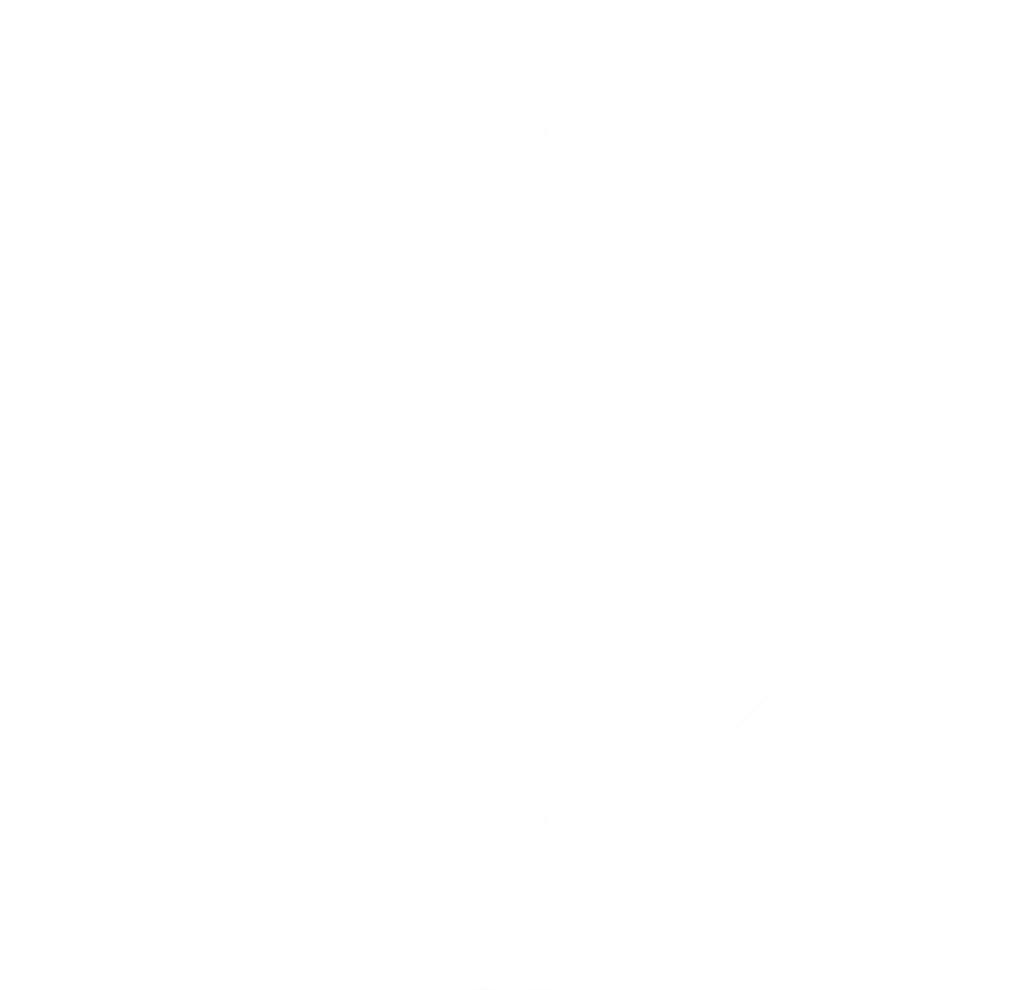
<source format=kicad_pcb>
(kicad_pcb (version 20221018) (generator pcbnew)

  (general
    (thickness 1.6)
  )

  (paper "A3")
  (layers
    (0 "F.Cu" signal)
    (31 "B.Cu" signal)
    (32 "B.Adhes" user "B.Adhesive")
    (33 "F.Adhes" user "F.Adhesive")
    (34 "B.Paste" user)
    (35 "F.Paste" user)
    (36 "B.SilkS" user "B.Silkscreen")
    (37 "F.SilkS" user "F.Silkscreen")
    (38 "B.Mask" user)
    (39 "F.Mask" user)
    (40 "Dwgs.User" user "User.Drawings")
    (41 "Cmts.User" user "User.Comments")
    (42 "Eco1.User" user "User.Eco1")
    (43 "Eco2.User" user "User.Eco2")
    (44 "Edge.Cuts" user)
    (45 "Margin" user)
    (46 "B.CrtYd" user "B.Courtyard")
    (47 "F.CrtYd" user "F.Courtyard")
    (48 "B.Fab" user)
    (49 "F.Fab" user)
    (50 "User.1" user)
    (51 "User.2" user)
    (52 "User.3" user)
    (53 "User.4" user)
    (54 "User.5" user)
    (55 "User.6" user)
    (56 "User.7" user)
    (57 "User.8" user)
    (58 "User.9" user)
  )

  (setup
    (stackup
      (layer "F.SilkS" (type "Top Silk Screen"))
      (layer "F.Paste" (type "Top Solder Paste"))
      (layer "F.Mask" (type "Top Solder Mask") (thickness 0.01))
      (layer "F.Cu" (type "copper") (thickness 0.035))
      (layer "dielectric 1" (type "core") (thickness 1.51) (material "FR4") (epsilon_r 4.5) (loss_tangent 0.02))
      (layer "B.Cu" (type "copper") (thickness 0.035))
      (layer "B.Mask" (type "Bottom Solder Mask") (thickness 0.01))
      (layer "B.Paste" (type "Bottom Solder Paste"))
      (layer "B.SilkS" (type "Bottom Silk Screen"))
      (copper_finish "None")
      (dielectric_constraints no)
    )
    (pad_to_mask_clearance 0)
    (aux_axis_origin 150 150)
    (pcbplotparams
      (layerselection 0x00010fc_ffffffff)
      (plot_on_all_layers_selection 0x0000000_00000000)
      (disableapertmacros false)
      (usegerberextensions false)
      (usegerberattributes true)
      (usegerberadvancedattributes true)
      (creategerberjobfile true)
      (dashed_line_dash_ratio 12.000000)
      (dashed_line_gap_ratio 3.000000)
      (svgprecision 6)
      (plotframeref false)
      (viasonmask false)
      (mode 1)
      (useauxorigin false)
      (hpglpennumber 1)
      (hpglpenspeed 20)
      (hpglpendiameter 15.000000)
      (dxfpolygonmode true)
      (dxfimperialunits true)
      (dxfusepcbnewfont true)
      (psnegative false)
      (psa4output false)
      (plotreference true)
      (plotvalue true)
      (plotinvisibletext false)
      (sketchpadsonfab false)
      (subtractmaskfromsilk false)
      (outputformat 1)
      (mirror false)
      (drillshape 0)
      (scaleselection 1)
      (outputdirectory "MFR/")
    )
  )

  (net 0 "")

  (gr_line (start 196.499801 155.163925) (end 196.499801 172.9995)
    (stroke (width 0.01) (type solid)) (layer "Edge.Cuts") (tstamp 0045dc1e-c2e4-43e7-ad90-68171c4212b8))
  (gr_curve (pts (xy 113.704478 75.244926) (xy 113.783045 75.439713) (xy 113.882028 75.62598) (xy 113.998486 75.800834))
    (stroke (width 0.01) (type solid)) (layer "Edge.Cuts") (tstamp 010b1028-d83e-4bf8-ad52-3e737fb96033))
  (gr_line (start 196.247221 181.896614) (end 200.747221 174.102385)
    (stroke (width 0.01) (type solid)) (layer "Edge.Cuts") (tstamp 018b3619-32d0-41d1-9b02-e0a612e6db7a))
  (gr_line (start 97.886353 126.26264) (end 97.020328 125.76264)
    (stroke (width 0.01) (type solid)) (layer "Edge.Cuts") (tstamp 01f265dd-4c4a-48b5-bf4f-2d7e973db348))
  (gr_line (start 205.999799 154.4995) (end 205.999799 145.4995)
    (stroke (width 0.01) (type solid)) (layer "Edge.Cuts") (tstamp 0256d29a-8013-41e4-acdb-8f881b4c8038))
  (gr_curve (pts (xy 226.765898 186.308058) (xy 227.024089 186.197358) (xy 227.258863 186.04122) (xy 227.459278 185.844558))
    (stroke (width 0.01) (type solid)) (layer "Edge.Cuts") (tstamp 02998aba-ec1f-40f6-a204-0d8588c530f8))
  (gr_arc (start 174.3498 171.7495) (mid 173.91046 172.81016) (end 172.8498 173.2495)
    (stroke (width 0.01) (type solid)) (layer "Edge.Cuts") (tstamp 02a849fa-e725-4ed9-9475-3bffbe3a07d1))
  (gr_line (start 223.377661 185.268675) (end 223.704977 185.595991)
    (stroke (width 0.01) (type solid)) (layer "Edge.Cuts") (tstamp 033a85e3-5825-4469-a06b-b9ba6159c4b5))
  (gr_arc (start 103.386353 116.736361) (mid 103.852279 117.343567) (end 103.752379 118.102386)
    (stroke (width 0.01) (type solid)) (layer "Edge.Cuts") (tstamp 03ccaa93-4253-44f6-94c3-da1c01caa9fb))
  (gr_line (start 202.113247 173.73636) (end 202.979272 174.23636)
    (stroke (width 0.01) (type solid)) (layer "Edge.Cuts") (tstamp 050df4e0-0cfc-40a3-9ec6-f602620e4780))
  (gr_arc (start 99.569511 143.035786) (mid 99.130171 144.096446) (end 98.069511 144.535786)
    (stroke (width 0.01) (type solid)) (layer "Edge.Cuts") (tstamp 05294578-0845-48fe-a6cb-05a4ad98c68a))
  (gr_arc (start 113.583802 105.805327) (mid 113.876695 106.512434) (end 113.583802 107.219541)
    (stroke (width 0.01) (type solid)) (layer "Edge.Cuts") (tstamp 05ad625b-cceb-40cb-81c9-1d5410e1ed7e))
  (gr_line (start 125.896915 99.252079) (end 118.102686 103.752079)
    (stroke (width 0.01) (type solid)) (layer "Edge.Cuts") (tstamp 0704a751-88b0-45b1-8527-0cc42b7d6b96))
  (gr_line (start 199.467931 134.530265) (end 199.467931 153.163925)
    (stroke (width 0.01) (type solid)) (layer "Edge.Cuts") (tstamp 076da8d7-a17a-4464-b714-f593e8f809c5))
  (gr_arc (start 125.6498 168.2495) (mid 126.08914 167.18884) (end 127.1498 166.7495)
    (stroke (width 0.01) (type solid)) (layer "Edge.Cuts") (tstamp 07d587e7-ecea-453d-a5e6-1c42a2bb8a7d))
  (gr_arc (start 129.934523 203.633766) (mid 130.400449 203.02656) (end 131.159268 202.926659)
    (stroke (width 0.01) (type solid)) (layer "Edge.Cuts") (tstamp 0808674c-4202-44ee-a8fc-9b84be4a957a))
  (gr_circle (center 166.999098 86.686286) (end 168.599098 86.686286)
    (stroke (width 0.01) (type solid)) (fill none) (layer "Edge.Cuts") (tstamp 0844b7b8-2738-4bab-8b74-ae0f49f3ec96))
  (gr_line (start 187.122905 194.90078) (end 186.415798 194.193673)
    (stroke (width 0.01) (type solid)) (layer "Edge.Cuts") (tstamp 084c0a69-b7b7-4a2f-af53-96f693403400))
  (gr_line (start 139.8526 94.742969) (end 131.159268 97.072341)
    (stroke (width 0.01) (type solid)) (layer "Edge.Cuts") (tstamp 09e41004-c29c-436b-b795-d2c2ce07ddfd))
  (gr_line (start 129.675704 204.599692) (end 129.934523 203.633766)
    (stroke (width 0.01) (type solid)) (layer "Edge.Cuts") (tstamp 0a95232b-7b17-4f1b-995e-6536994d5be2))
  (gr_line (start 148.4998 87.999501) (end 151.4998 87.999501)
    (stroke (width 0.01) (type solid)) (layer "Edge.Cuts") (tstamp 0ae852a9-f996-448c-bc17-c3e262b10d5c))
  (gr_line (start 113.583802 107.219541) (end 107.219841 113.583502)
    (stroke (width 0.01) (type solid)) (layer "Edge.Cuts") (tstamp 0b3c8e07-2ce8-42a4-a4be-af878bb8fce9))
  (gr_line (start 219.40426 125.982854) (end 219.667886 125.982854)
    (stroke (width 0.01) (type solid)) (layer "Edge.Cuts") (tstamp 0b901a47-71c2-4b6a-86d1-b149280a03f4))
  (gr_line (start 95.103904 141.899242) (end 96.185161 143.782619)
    (stroke (width 0.01) (type solid)) (layer "Edge.Cuts") (tstamp 0c937099-c483-4593-947d-5bc7bfb6d675))
  (gr_arc (start 204.599992 129.675404) (mid 207.635286 130.074989) (end 209.498971 132.503831)
    (stroke (width 0.01) (type solid)) (layer "Edge.Cuts") (tstamp 0cc1b333-0572-4969-9585-9092a750b982))
  (gr_arc (start 155.4998 207.999499) (mid 154.328227 210.827927) (end 151.4998 211.999499)
    (stroke (width 0.01) (type solid)) (layer "Edge.Cuts") (tstamp 0ced9ccb-6b2c-427d-b8bd-9998078a9f48))
  (gr_line (start 194.193973 186.415498) (end 194.90108 187.122605)
    (stroke (width 0.01) (type solid)) (layer "Edge.Cuts") (tstamp 0cf926c6-d330-43e5-912c-ecdd2c22570d))
  (gr_arc (start 89.724171 164.597392) (mid 90.123773 161.562115) (end 92.552599 159.698412)
    (stroke (width 0.01) (type solid)) (layer "Edge.Cuts") (tstamp 0d49abf0-89d6-4edf-a10c-4a49a908a9a6))
  (gr_line (start 92.999801 155.4995) (end 91.999801 155.4995)
    (stroke (width 0.01) (type solid)) (layer "Edge.Cuts") (tstamp 0d659db5-34ab-43b6-859b-eab4cdb06db9))
  (gr_arc (start 203.634066 170.064777) (mid 203.026894 169.598848) (end 202.926959 168.840032)
    (stroke (width 0.01) (type solid)) (layer "Edge.Cuts") (tstamp 0dd40923-eb29-4569-bef6-076740324b09))
  (gr_line (start 147.1498 126.7495) (end 152.8498 126.7495)
    (stroke (width 0.01) (type solid)) (layer "Edge.Cuts") (tstamp 0ddd20e8-3966-4df0-86ed-a03637cf4f00))
  (gr_arc (start 147.1498 173.2495) (mid 146.08914 172.81016) (end 145.6498 171.7495)
    (stroke (width 0.01) (type solid)) (layer "Edge.Cuts") (tstamp 0deeea33-0ad8-488a-8ced-065695653151))
  (gr_arc (start 174.102685 99.252079) (mid 173.636754 98.644872) (end 173.73666 97.886053)
    (stroke (width 0.01) (type solid)) (layer "Edge.Cuts") (tstamp 0ec3f318-83f5-4b46-a788-08bac5f4dba0))
  (gr_line (start 103.386353 183.262639) (end 102.520328 183.762639)
    (stroke (width 0.01) (type solid)) (layer "Edge.Cuts") (tstamp 0f1b75c7-3e89-4d49-b5da-26e6b82c8ccb))
  (gr_line (start 107.219841 194.90078) (end 105.09852 192.779459)
    (stroke (width 0.01) (type solid)) (layer "Edge.Cuts") (tstamp 1083da39-d231-4f06-ad53-43b9e201f99f))
  (gr_arc (start 134.3498 171.7495) (mid 133.91046 172.81016) (end 132.8498 173.2495)
    (stroke (width 0.01) (type solid)) (layer "Edge.Cuts") (tstamp 10bf0831-13cf-4323-b8f6-f4a15cb40b95))
  (gr_line (start 165.6498 131.7495) (end 165.6498 128.2495)
    (stroke (width 0.01) (type solid)) (layer "Edge.Cuts") (tstamp 120a67c8-f8c6-4ffc-90f1-c6b60526c845))
  (gr_arc (start 117.700763 202.943074) (mid 115.837059 200.514248) (end 116.236661 197.478972)
    (stroke (width 0.01) (type solid)) (layer "Edge.Cuts") (tstamp 136d1a04-70ff-49e4-86cf-203e9a39e924))
  (gr_arc (start 227.935059 114.837796) (mid 235.4998 149.9995) (end 227.935059 185.161204)
    (stroke (width 0.01) (type solid)) (layer "Edge.Cuts") (tstamp 14324a91-c382-4cb8-aec3-bd3c02e390ac))
  (gr_arc (start 129.675704 95.399308) (mid 130.075305 92.364032) (end 132.504131 90.500329)
    (stroke (width 0.01) (type solid)) (layer "Edge.Cuts") (tstamp 144269ac-3c59-4c3e-8fae-11940c24b4cc))
  (gr_arc (start 125.896915 200.746921) (mid 126.362841 201.354128) (end 126.26294 202.112947)
    (stroke (width 0.01) (type solid)) (layer "Edge.Cuts") (tstamp 15975576-6832-4ebb-9ee7-50920ef1812e))
  (gr_line (start 127.1498 166.7495) (end 132.8498 166.7495)
    (stroke (width 0.01) (type solid)) (layer "Edge.Cuts") (tstamp 15f75deb-9c65-468b-9bbe-0b0bc41607ed))
  (gr_arc (start 127.1498 173.2495) (mid 126.08914 172.81016) (end 125.6498 171.7495)
    (stroke (width 0.01) (type solid)) (layer "Edge.Cuts") (tstamp 16661a89-6988-42ec-a875-429f27ed6014))
  (gr_line (start 113.583802 194.193673) (end 112.876695 194.90078)
    (stroke (width 0.01) (type solid)) (layer "Edge.Cuts") (tstamp 1699cc47-5ecd-434a-9f3c-7ede21456dd9))
  (gr_circle (center 132.999098 86.687691) (end 134.599098 86.687691)
    (stroke (width 0.01) (type solid)) (fill none) (layer "Edge.Cuts") (tstamp 17dcb99d-2995-45f3-9825-f561e0e1d8f7))
  (gr_curve (pts (xy 74.175607 113.49664) (xy 73.851326 113.499677) (xy 73.531281 113.563353) (xy 73.233702 113.690942))
    (stroke (width 0.01) (type solid)) (layer "Edge.Cuts") (tstamp 180e2898-0a57-4862-9f5f-fc954ab310b3))
  (gr_curve (pts (xy 75.252598 186.291838) (xy 74.91023 186.430991) (xy 74.544361 186.505813) (xy 74.175607 186.50236))
    (stroke (width 0.01) (type solid)) (layer "Edge.Cuts") (tstamp 195b0b6f-5b11-4ede-8f3f-51e6a0a16410))
  (gr_line (start 132.504131 90.500329) (end 135.401908 89.723871)
    (stroke (width 0.01) (type solid)) (layer "Edge.Cuts") (tstamp 19a451c8-aa91-4d86-9650-05751fc9d556))
  (gr_curve (pts (xy 114.116159 72.580338) (xy 113.916341 72.794428) (xy 113.761602 73.044654) (xy 113.656801 73.318303))
    (stroke (width 0.01) (type solid)) (layer "Edge.Cuts") (tstamp 1a3e9d94-09ba-419d-b2a7-d2ffcae1ee08))
  (gr_line (start 198.467931 154.163925) (end 197.499801 154.163925)
    (stroke (width 0.01) (type solid)) (layer "Edge.Cuts") (tstamp 1ba44d77-65b2-41f8-9397-b58600893100))
  (gr_line (start 145.4998 205.999499) (end 154.4998 205.999499)
    (stroke (width 0.01) (type solid)) (layer "Edge.Cuts") (tstamp 1c2d6b6b-6098-4922-a0b9-e461dbf3d567))
  (gr_line (start 206.999799 144.4995) (end 207.999799 144.4995)
    (stroke (width 0.01) (type solid)) (layer "Edge.Cuts") (tstamp 1c530aef-59cc-4a87-ab23-8161b2e1e88a))
  (gr_line (start 112.876695 105.09822) (end 113.583802 105.805327)
    (stroke (width 0.01) (type solid)) (layer "Edge.Cuts") (tstamp 1d7dc775-c662-403e-a90d-43cbdf61a6cd))
  (gr_line (start 203.634066 129.934223) (end 204.599992 129.675404)
    (stroke (width 0.01) (type solid)) (layer "Edge.Cuts") (tstamp 1f37300d-74c4-460e-b13d-ce88bde5e5d4))
  (gr_curve (pts (xy 72.540322 185.844558) (xy 72.340226 185.648207) (xy 72.179881 185.416853) (xy 72.064541 185.161204))
    (stroke (width 0.01) (type solid)) (layer "Edge.Cuts") (tstamp 20bd99bc-a0b5-4315-a0ed-b37683c8144b))
  (gr_arc (start 182.298837 97.055926) (mid 184.162543 99.484752) (end 183.762939 102.520028)
    (stroke (width 0.01) (type solid)) (layer "Edge.Cuts") (tstamp 215eb3aa-2b67-494d-8f54-ac96cb6beffd))
  (gr_arc (start 99.252379 125.896615) (mid 98.645172 126.362541) (end 97.886353 126.26264)
    (stroke (width 0.01) (type solid)) (layer "Edge.Cuts") (tstamp 2162f7fe-c8c4-430e-af38-92ce76e28d11))
  (gr_line (start 197.479272 183.762639) (end 196.613247 183.262639)
    (stroke (width 0.01) (type solid)) (layer "Edge.Cuts") (tstamp 21764778-242a-40ba-9a06-8026efe7f91f))
  (gr_arc (start 113.583802 192.779459) (mid 113.876695 193.486566) (end 113.583802 194.193673)
    (stroke (width 0.01) (type solid)) (layer "Edge.Cuts") (tstamp 2340d4fd-946e-4aa5-a654-b4c03f519002))
  (gr_line (start 144.4998 92.999501) (end 144.4998 91.999501)
    (stroke (width 0.01) (type solid)) (layer "Edge.Cuts") (tstamp 238cc54b-8ae1-4b8c-955c-c800007ec1db))
  (gr_curve (pts (xy 223.704977 114.403009) (xy 224.002808 114.105178) (xy 224.357336 113.86554) (xy 224.747002 113.707162))
    (stroke (width 0.01) (type solid)) (layer "Edge.Cuts") (tstamp 23f308f4-000a-4d84-ad66-ab738d891c90))
  (gr_curve (pts (xy 123.616197 71.615896) (xy 123.131819 71.131517) (xy 122.557335 70.739427) (xy 121.924757 70.479661))
    (stroke (width 0.01) (type solid)) (layer "Edge.Cuts") (tstamp 2436c22c-71ab-40cf-ae1b-82ee8c87bf26))
  (gr_line (start 209.498971 132.503831) (end 210.275429 135.401608)
    (stroke (width 0.01) (type solid)) (layer "Edge.Cuts") (tstamp 244f1fba-4aa1-4365-a2f7-db693f057ff3))
  (gr_line (start 125.6498 171.7495) (end 125.6498 168.2495)
    (stroke (width 0.01) (type solid)) (layer "Edge.Cuts") (tstamp 250dfaf6-c689-435b-a25d-eb0e36359109))
  (gr_curve (pts (xy 186.001114 75.800834) (xy 185.882967 75.978222) (xy 185.747014 76.143599) (xy 185.596291 76.294323))
    (stroke (width 0.01) (type solid)) (layer "Edge.Cuts") (tstamp 255909de-73d0-40ca-b0ef-8e3477efa93e))
  (gr_arc (start 196.247221 118.102386) (mid 196.147324 117.343576) (end 196.613247 116.736361)
    (stroke (width 0.01) (type solid)) (layer "Edge.Cuts") (tstamp 25d3e460-60a1-480d-bcc0-e8f88e67e8d1))
  (gr_line (start 207.447001 140.300588) (end 206.481076 140.559407)
    (stroke (width 0.01) (type solid)) (layer "Edge.Cuts") (tstamp 270ce39a-f405-4928-9378-b177819848b3))
  (gr_line (start 118.102686 196.246921) (end 125.896915 200.746921)
    (stroke (width 0.01) (type solid)) (layer "Edge.Cuts") (tstamp 274971f6-2367-4ce2-ac80-f7ef3f396880))
  (gr_line (start 172.8498 133.2495) (end 167.1498 133.2495)
    (stroke (width 0.01) (type solid)) (layer "Edge.Cuts") (tstamp 287addb7-3af4-4ea1-823a-6e9aaf398f31))
  (gr_line (start 129.934523 96.365234) (end 129.675704 95.399308)
    (stroke (width 0.01) (type solid)) (layer "Edge.Cuts") (tstamp 2b4b7f5c-a210-4a97-acef-e5ff1e4295a8))
  (gr_arc (start 95.399608 170.323596) (mid 92.364332 169.923995) (end 90.500629 167.495169)
    (stroke (width 0.01) (type solid)) (layer "Edge.Cuts") (tstamp 2bf82051-9237-4c0f-9f2f-1e22233e64f2))
  (gr_arc (start 170.323896 204.599692) (mid 169.924311 207.634986) (end 167.495469 209.498671)
    (stroke (width 0.01) (type solid)) (layer "Edge.Cuts") (tstamp 2e1e5bbf-55c9-408a-be2d-9fb831087edc))
  (gr_line (start 196.249801 126.9995) (end 196.249801 132.530265)
    (stroke (width 0.01) (type solid)) (layer "Edge.Cuts") (tstamp 2e649fdc-fa19-414c-9b79-c2e667582586))
  (gr_curve (pts (xy 113.496979 74.227935) (xy 113.500745 74.576396) (xy 113.573885 74.921157) (xy 113.704478 75.244926))
    (stroke (width 0.01) (type solid)) (layer "Edge.Cuts") (tstamp 2ece5fcf-60be-4274-9354-b60345508dad))
  (gr_curve (pts (xy 224.747002 113.707162) (xy 225.08937 113.568009) (xy 225.455239 113.493187) (xy 225.823993 113.49664))
    (stroke (width 0.01) (type solid)) (layer "Edge.Cuts") (tstamp 300d9d89-d05d-43d6-b356-a03c6b740bb4))
  (gr_line (start 192.779759 105.09822) (end 194.90108 107.219541)
    (stroke (width 0.01) (type solid)) (layer "Edge.Cuts") (tstamp 30d5b844-a56f-48dd-8c89-a60c75963439))
  (gr_curve (pts (xy 177.212361 70.937653) (xy 176.91407 71.134962) (xy 176.636336 71.362963) (xy 176.383403 71.615896))
    (stroke (width 0.01) (type solid)) (layer "Edge.Cuts") (tstamp 317e6b3d-27ed-4509-91e1-f02291276153))
  (gr_line (start 205.256331 139.8523) (end 202.926959 131.158968)
    (stroke (width 0.01) (type solid)) (layer "Edge.Cuts") (tstamp 31adb257-c09d-4f00-ba83-9a90d7cb8b37))
  (gr_line (start 125.6498 131.7495) (end 125.6498 128.2495)
    (stroke (width 0.01) (type solid)) (layer "Edge.Cuts") (tstamp 31b3e6cd-97d7-4a95-86ed-0cfaf577dbd1))
  (gr_line (start 167.857664 75.999499) (end 132.141936 75.999499)
    (stroke (width 0.01) (type solid)) (layer "Edge.Cuts") (tstamp 31bd522b-920f-4345-9a36-9e4b360bd49d))
  (gr_line (start 125.76294 97.020028) (end 126.26294 97.886053)
    (stroke (width 0.01) (type solid)) (layer "Edge.Cuts") (tstamp 33683d72-b04f-42b1-a0fc-c10ed1fbee35))
  (gr_line (start 93.999801 145.4995) (end 93.999801 154.4995)
    (stroke (width 0.01) (type solid)) (layer "Edge.Cuts") (tstamp 34328e80-c293-4412-be29-205e1c54f4a0))
  (gr_line (start 96.365534 170.064777) (end 95.399608 170.323596)
    (stroke (width 0.01) (type solid)) (layer "Edge.Cuts") (tstamp 366cc799-6f40-4628-9583-97be2a49ed51))
  (gr_arc (start 107.219841 105.09822) (mid 110.048268 103.926647) (end 112.876695 105.09822)
    (stroke (width 0.01) (type solid)) (layer "Edge.Cuts") (tstamp 368d2da7-a34b-4a9d-a4f9-0d4b06eb4b0f))
  (gr_line (start 145.6498 131.7495) (end 145.6498 128.2495)
    (stroke (width 0.01) (type solid)) (layer "Edge.Cuts") (tstamp 36d795a2-6368-48c6-ab82-93b9f2e9e0df))
  (gr_curve (pts (xy 186.342799 226.680697) (xy 186.453884 226.390636) (xy 186.505983 226.082099) (xy 186.502621 225.771065))
    (stroke (width 0.01) (type solid)) (layer "Edge.Cuts") (tstamp 37091945-910c-49d2-9bd4-b226f9506e6f))
  (gr_arc (start 97.886353 173.73636) (mid 98.645172 173.636459) (end 99.252379 174.102385)
    (stroke (width 0.01) (type solid)) (layer "Edge.Cuts") (tstamp 37933519-6b1e-4e7e-8e82-fc9fb8193747))
  (gr_curve (pts (xy 186.001114 224.198166) (xy 185.882967 224.020778) (xy 185.747014 223.855401) (xy 185.596291 223.704677))
    (stroke (width 0.01) (type solid)) (layer "Edge.Cuts") (tstamp 395a5374-3c2c-4261-bc03-bb8224b6c6f1))
  (gr_arc (start 197.479272 116.236361) (mid 200.514547 115.83676) (end 202.943374 117.700463)
    (stroke (width 0.01) (type solid)) (layer "Edge.Cuts") (tstamp 399936d0-9842-44e1-9e75-a9f4ef83c31c))
  (gr_line (start 170.323896 95.399308) (end 170.065077 96.365234)
    (stroke (width 0.01) (type solid)) (layer "Edge.Cuts") (tstamp 3a9d0c1e-987a-4a31-ae0e-6842d0058482))
  (gr_arc (start 114.730625 76.621639) (mid 116.927324 81.92494) (end 114.730625 87.228241)
    (stroke (width 0.01) (type solid)) (layer "Edge.Cuts") (tstamp 3af068a7-2048-4eab-a273-5056fad0140e))
  (gr_arc (start 185.268975 223.377361) (mid 183.072277 218.07406) (end 185.268975 212.770759)
    (stroke (width 0.01) (type solid)) (layer "Edge.Cuts") (tstamp 3bf7739c-3348-4c47-a1c4-4bfd6dd59c91))
  (gr_arc (start 185.161504 227.934759) (mid 149.9998 235.4995) (end 114.838096 227.934759)
    (stroke (width 0.01) (type solid)) (layer "Edge.Cuts") (tstamp 3c09a8bc-085e-4231-8fc4-134ac2341296))
  (gr_line (start 92.552599 140.300588) (end 93.278638 140.495129)
    (stroke (width 0.01) (type solid)) (layer "Edge.Cuts") (tstamp 3c802644-cd0f-40eb-bd75-3d4c5a87c8ab))
  (gr_arc (start 167.495469 90.500329) (mid 169.924291 92.364033) (end 170.323896 95.399308)
    (stroke (width 0.01) (type solid)) (layer "Edge.Cuts") (tstamp 3cdf47fb-d917-40d8-8ad2-46d40d61ac9a))
  (gr_arc (start 194.90108 187.122605) (mid 196.072651 189.951031) (end 194.90108 192.779459)
    (stroke (width 0.01) (type solid)) (layer "Edge.Cuts") (tstamp 3cf0f682-3cc1-49fc-bbc1-68efbfb0b387))
  (gr_line (start 174.102685 200.746921) (end 181.896914 196.246921)
    (stroke (width 0.01) (type solid)) (layer "Edge.Cuts") (tstamp 3dfba0d0-b851-4cdb-9fda-071eda151d58))
  (gr_curve (pts (xy 74.175607 186.50236) (xy 73.851326 186.499323) (xy 73.531281 186.435647) (xy 73.233702 186.308058))
    (stroke (width 0.01) (type solid)) (layer "Edge.Cuts") (tstamp 3edfb3c8-e65d-4450-ba8d-d1a694cec217))
  (gr_line (start 194.90108 192.779459) (end 192.779759 194.90078)
    (stroke (width 0.01) (type solid)) (layer "Edge.Cuts") (tstamp 3f0b189d-faf3-4793-be48-a06488b2e06d))
  (gr_line (start 90.500629 167.495169) (end 89.724171 164.597392)
    (stroke (width 0.01) (type solid)) (layer "Edge.Cuts") (tstamp 401056e6-d31d-4283-8ea5-6a4e42a21a47))
  (gr_arc (start 140.559707 93.518224) (mid 140.459806 94.277043) (end 139.8526 94.742969)
    (stroke (width 0.01) (type solid)) (layer "Edge.Cuts") (tstamp 412172bd-8065-46db-bb18-374dde434f1c))
  (gr_curve (pts (xy 186.342799 73.318303) (xy 186.453884 73.608364) (xy 186.505983 73.916901) (xy 186.502621 74.227935))
    (stroke (width 0.01) (type solid)) (layer "Edge.Cuts") (tstamp 41339884-709f-4eb2-8dec-841e0e29d234))
  (gr_arc (start 181.211908 70.400164) (mid 183.197134 71.207451) (end 185.161504 72.064241)
    (stroke (width 0.01) (type solid)) (layer "Edge.Cuts") (tstamp 417bf51f-9fd8-412f-a242-83083ab4e7ce))
  (gr_curve (pts (xy 178.138447 70.454067) (xy 177.813788 70.582034) (xy 177.503514 70.745065) (xy 177.212361 70.937653))
    (stroke (width 0.01) (type solid)) (layer "Edge.Cuts") (tstamp 425b4d72-6ab5-4552-a08a-cc8e7bd3ac06))
  (gr_arc (start 125.6498 128.2495) (mid 126.08914 127.18884) (end 127.1498 126.7495)
    (stroke (width 0.01) (type solid)) (layer "Edge.Cuts") (tstamp 43e15d36-6c05-43ee-9ad2-39962b9ef570))
  (gr_curve (pts (xy 225.823993 186.50236) (xy 226.148274 186.499323) (xy 226.468319 186.435647) (xy 226.765898 186.308058))
    (stroke (width 0.01) (type solid)) (layer "Edge.Cuts") (tstamp 467fa6e2-e037-45be-aa68-2f37c7ce077b))
  (gr_curve (pts (xy 224.747002 186.291838) (xy 225.08937 186.430991) (xy 225.455239 186.505813) (xy 225.823993 186.50236))
    (stroke (width 0.01) (type solid)) (layer "Edge.Cuts") (tstamp 47623f8a-c445-48da-8e65-f3f6d9e8f300))
  (gr_arc (start 139.8526 205.256031) (mid 140.459806 205.721957) (end 140.559707 206.480776)
    (stroke (width 0.01) (type solid)) (layer "Edge.Cuts") (tstamp 48579b50-2247-438e-a515-ae4b38176dca))
  (gr_arc (start 154.4998 205.999499) (mid 155.206907 206.292392) (end 155.4998 206.999499)
    (stroke (width 0.01) (type solid)) (layer "Edge.Cuts") (tstamp 49127f9e-788e-4433-8f8a-d674471e175b))
  (gr_line (start 147.1498 166.7495) (end 152.8498 166.7495)
    (stroke (width 0.01) (type solid)) (layer "Edge.Cuts") (tstamp 4a12fcbc-106b-4b12-8e6a-2e64e011df8c))
  (gr_arc (start 210.275429 135.401608) (mid 209.875836 138.436899) (end 207.447001 140.300588)
    (stroke (width 0.01) (type solid)) (layer "Edge.Cuts") (tstamp 4a478532-1ca8-474d-af2b-0ad9174d5748))
  (gr_line (start 185.596291 223.704677) (end 185.268975 223.377361)
    (stroke (width 0.01) (type solid)) (layer "Edge.Cuts") (tstamp 4a6d9d7d-e3a8-4aa5-a62f-68ad6356eaea))
  (gr_arc (start 167.1498 133.2495) (mid 166.08914 132.81016) (end 165.6498 131.7495)
    (stroke (width 0.01) (type solid)) (layer "Edge.Cuts") (tstamp 4aa79292-54f8-4268-b050-31b71dee0b88))
  (gr_line (start 140.300888 92.552299) (end 140.559707 93.518224)
    (stroke (width 0.01) (type solid)) (layer "Edge.Cuts") (tstamp 4bab8528-5b7d-4d0b-806c-079bedbc1a88))
  (gr_arc (start 127.1498 133.2495) (mid 126.08914 132.81016) (end 125.6498 131.7495)
    (stroke (width 0.01) (type solid)) (layer "Edge.Cuts") (tstamp 4cef3e60-b783-4893-8e6c-63b09654bf2b))
  (gr_line (start 76.294623 185.595991) (end 76.621939 185.268675)
    (stroke (width 0.01) (type solid)) (layer "Edge.Cuts") (tstamp 4e1ef9d5-bcab-46fb-bf93-1eddcc091885))
  (gr_line (start 105.805627 113.583502) (end 105.09852 112.876395)
    (stroke (width 0.01) (type solid)) (layer "Edge.Cuts") (tstamp 4eaa7ba0-1ebc-48c7-ae95-2e37be0a5ded))
  (gr_circle (center 179.9998 223.9995) (end 181.4998 223.9995)
    (stroke (width 0.01) (type solid)) (fill none) (layer "Edge.Cuts") (tstamp 50d8a3e2-1652-4287-a73c-1a267afb2402))
  (gr_line (start 185.268975 76.621639) (end 185.596291 76.294323)
    (stroke (width 0.01) (type solid)) (layer "Edge.Cuts") (tstamp 50e31591-df2d-47c7-a720-c6e0919963ef))
  (gr_arc (start 72.064541 185.161204) (mid 64.4998 149.9995) (end 72.064541 114.837796)
    (stroke (width 0.01) (type solid)) (layer "Edge.Cuts") (tstamp 5188bb91-bd89-4f9c-a5fd-608a48f6d6b0))
  (gr_arc (start 90.500629 132.503831) (mid 92.493039 130.003819) (end 95.680709 129.761919)
    (stroke (width 0.01) (type solid)) (layer "Edge.Cuts") (tstamp 51c43361-8b0b-4543-9625-c8fb976fc754))
  (gr_curve (pts (xy 225.823993 113.49664) (xy 226.148274 113.499677) (xy 226.468319 113.563353) (xy 226.765898 113.690942))
    (stroke (width 0.01) (type solid)) (layer "Edge.Cuts") (tstamp 51e3dc58-7c60-4b3e-b5d8-9268a8f068ff))
  (gr_line (start 97.056226 182.298537) (end 95.556226 179.700461)
    (stroke (width 0.01) (type solid)) (layer "Edge.Cuts") (tstamp 52273c8e-8cc3-497c-8655-0b44bccc237c))
  (gr_arc (start 197.249801 133.530265) (mid 196.542706 133.23737) (end 196.249801 132.530265)
    (stroke (width 0.01) (type solid)) (layer "Edge.Cuts") (tstamp 526a2fbd-032e-449e-9e29-2676fcc1ee2c))
  (gr_arc (start 193.749801 126.9995) (mid 194.042694 126.292394) (end 194.749801 125.9995)
    (stroke (width 0.01) (type solid)) (layer "Edge.Cuts") (tstamp 531d0969-1d8b-4a1d-a655-bbbd367164f7))
  (gr_arc (start 172.8498 126.7495) (mid 173.91046 127.18884) (end 174.3498 128.2495)
    (stroke (width 0.01) (type solid)) (layer "Edge.Cuts") (tstamp 53842f4c-f0e6-4695-a715-89f73761c1f5))
  (gr_arc (start 126.26294 97.886053) (mid 126.362841 98.644872) (end 125.896915 99.252079)
    (stroke (width 0.01) (type solid)) (layer "Edge.Cuts") (tstamp 539ba43a-5aae-4a61-bc88-2b88deebb725))
  (gr_arc (start 91.999801 155.4995) (mid 89.171374 154.327927) (end 87.999801 151.4995)
    (stroke (width 0.01) (type solid)) (layer "Edge.Cuts") (tstamp 5476ac58-e8c5-4fff-a65a-9529b77a7d10))
  (gr_arc (start 179.700761 204.443074) (mid 176.665484 204.842676) (end 174.23666 202.978972)
    (stroke (width 0.01) (type solid)) (layer "Edge.Cuts") (tstamp 554b60d4-0ed6-4133-acc5-6f4ac6c8ee39))
  (gr_arc (start 118.102686 103.752079) (mid 117.343867 103.851979) (end 116.736661 103.386053)
    (stroke (width 0.01) (type solid)) (layer "Edge.Cuts") (tstamp 5561e4ab-fff2-4781-a59b-cad35e283355))
  (gr_curve (pts (xy 186.502621 225.771065) (xy 186.498855 225.422604) (xy 186.425715 225.077843) (xy 186.295122 224.754074))
    (stroke (width 0.01) (type solid)) (layer "Edge.Cuts") (tstamp 55ab6ff1-e2d8-4b90-bb6e-2fc46922e2ff))
  (gr_line (start 218.40426 134.982854) (end 218.40426 126.982854)
    (stroke (width 0.01) (type solid)) (layer "Edge.Cuts") (tstamp 55b0e396-b7d4-4442-9f69-2ba48d1abc92))
  (gr_curve (pts (xy 227.459278 185.844558) (xy 227.659374 185.648207) (xy 227.819719 185.416853) (xy 227.935059 185.161204))
    (stroke (width 0.01) (type solid)) (layer "Edge.Cuts") (tstamp 57287372-baed-4ef9-b933-89eaadd5b019))
  (gr_line (start 183.762939 102.520028) (end 183.262939 103.386053)
    (stroke (width 0.01) (type solid)) (layer "Edge.Cuts") (tstamp 57ffd8a0-7df1-4bf6-b8b1-c5e62760bb26))
  (gr_arc (start 87.228541 114.730325) (mid 81.92524 116.927024) (end 76.621939 114.730325)
    (stroke (width 0.01) (type solid)) (layer "Edge.Cuts") (tstamp 5a27bc58-edcd-4f03-9270-63361790e0b9))
  (gr_curve (pts (xy 114.838096 72.064241) (xy 114.565232 72.187348) (xy 114.320313 72.361604) (xy 114.116159 72.580338))
    (stroke (width 0.01) (type solid)) (layer "Edge.Cuts") (tstamp 5a7fb2d7-7ed5-4802-95d7-e531a486e53c))
  (gr_arc (start 218.40426 134.982854) (mid 218.111381 135.689976) (end 217.40426 135.982854)
    (stroke (width 0.01) (type solid)) (layer "Edge.Cuts") (tstamp 5b9ee27d-39ee-46d1-a1e1-a8590f9594ca))
  (gr_curve (pts (xy 223.704977 185.595991) (xy 224.002808 185.893822) (xy 224.357336 186.13346) (xy 224.747002 186.291838))
    (stroke (width 0.01) (type solid)) (layer "Edge.Cuts") (tstamp 5bb51803-65f7-4c22-b5c2-034c7f381981))
  (gr_curve (pts (xy 185.161504 72.064241) (xy 185.434368 72.187348) (xy 185.679287 72.361604) (xy 185.883441 72.580338))
    (stroke (width 0.01) (type solid)) (layer "Edge.Cuts") (tstamp 5bb96d01-3445-4455-8372-0c60a66dcc4c))
  (gr_circle (center 223.9998 119.9995) (end 225.4998 119.9995)
    (stroke (width 0.01) (type solid)) (fill none) (layer "Edge.Cuts") (tstamp 5bbe3064-cf66-4285-9339-67946dd5071f))
  (gr_arc (start 102.520328 183.762639) (mid 99.485052 184.162241) (end 97.056226 182.298537)
    (stroke (width 0.01) (type solid)) (layer "Edge.Cuts") (tstamp 5c173929-c79e-4727-8bb0-cdaef7a72204))
  (gr_arc (start 152.8498 126.7495) (mid 153.91046 127.18884) (end 154.3498 128.2495)
    (stroke (width 0.01) (type solid)) (layer "Edge.Cuts") (tstamp 5c2e1b27-5f8b-4a62-9884-1015a395a9eb))
  (gr_line (start 159.439893 93.518224) (end 159.698712 92.552299)
    (stroke (width 0.01) (type solid)) (layer "Edge.Cuts") (tstamp 5c4c1898-920a-4093-b4b9-67212a4fa0de))
  (gr_curve (pts (xy 113.998486 224.198166) (xy 114.116633 224.020778) (xy 114.252586 223.855401) (xy 114.403309 223.704677))
    (stroke (width 0.01) (type solid)) (layer "Edge.Cuts") (tstamp 5db12c58-5b30-4edc-804e-7b5a300c7fc6))
  (gr_line (start 140.559707 206.480776) (end 140.300888 207.446701)
    (stroke (width 0.01) (type solid)) (layer "Edge.Cuts") (tstamp 5e66b5f1-0713-48e2-8364-27505d94328e))
  (gr_arc (start 103.752379 181.896614) (mid 103.852279 182.655433) (end 103.386353 183.262639)
    (stroke (width 0.01) (type solid)) (layer "Edge.Cuts") (tstamp 5e97a830-2bb5-4c12-b322-e39ac4d6ef80))
  (gr_arc (start 132.141936 75.999499) (mid 128.315101 75.238294) (end 125.070868 73.070566)
    (stroke (width 0.01) (type solid)) (layer "Edge.Cuts") (tstamp 5ffd81e3-517b-4cf5-a279-ee548f4c54f6))
  (gr_arc (start 196.499801 172.9995) (mid 196.206908 173.706607) (end 195.499801 173.9995)
    (stroke (width 0.01) (type solid)) (layer "Edge.Cuts") (tstamp 603431ed-890b-441c-ad6f-604eec6c7383))
  (gr_line (start 212.771059 114.730325) (end 185.268975 87.228241)
    (stroke (width 0.01) (type solid)) (layer "Edge.Cuts") (tstamp 60d9e5bb-4d92-4415-8ed3-4f0caab8f5e0))
  (gr_curve (pts (xy 73.233702 113.690942) (xy 72.975511 113.801642) (xy 72.740737 113.95778) (xy 72.540322 114.154442))
    (stroke (width 0.01) (type solid)) (layer "Edge.Cuts") (tstamp 61444e10-44e7-40df-84c7-1f10d599112b))
  (gr_arc (start 174.928732 73.070566) (mid 171.684499 75.238295) (end 167.857664 75.999499)
    (stroke (width 0.01) (type solid)) (layer "Edge.Cuts") (tstamp 61b05cbb-a3d4-4b7e-823f-46dd8ffec397))
  (gr_curve (pts (xy 114.838096 227.934759) (xy 114.565232 227.811652) (xy 114.320313 227.637396) (xy 114.116159 227.418662))
    (stroke (width 0.01) (type solid)) (layer "Edge.Cuts") (tstamp 63befef1-63f1-4b64-b760-abcf06720b66))
  (gr_arc (start 187.122905 105.09822) (mid 189.951332 103.926647) (end 192.779759 105.09822)
    (stroke (width 0.01) (type solid)) (layer "Edge.Cuts") (tstamp 6490672c-f91b-4ed2-a86c-4d28037d2003))
  (gr_arc (start 207.447001 159.698412) (mid 209.875826 161.562116) (end 210.275429 164.597392)
    (stroke (width 0.01) (type solid)) (layer "Edge.Cuts") (tstamp 64bcdcfd-d32c-4c07-99e4-1e9c49571959))
  (gr_arc (start 145.6498 128.2495) (mid 146.08914 127.18884) (end 147.1498 126.7495)
    (stroke (width 0.01) (type solid)) (layer "Edge.Cuts") (tstamp 66337c46-bed3-4921-a11d-f68c4ac96ed5))
  (gr_arc (start 194.749801 173.9995) (mid 194.042694 173.706607) (end 193.749801 172.9995)
    (stroke (width 0.01) (type solid)) (layer "Edge.Cuts") (tstamp 672e6b96-d309-4cc6-8e7a-6e202a065c0f))
  (gr_curve (pts (xy 72.540322 114.154442) (xy 72.340226 114.350793) (xy 72.179881 114.582147) (xy 72.064541 114.837796))
    (stroke (width 0.01) (type solid)) (layer "Edge.Cuts") (tstamp 6773f674-3a1b-40f1-a9c4-52d128b6bb8c))
  (gr_line (start 186.415798 105.805327) (end 187.122905 105.09822)
    (stroke (width 0.01) (type solid)) (layer "Edge.Cuts") (tstamp 67fb40fe-6959-4042-88d6-92c93dd02dfe))
  (gr_line (start 114.730625 87.228241) (end 87.228541 114.730325)
    (stroke (width 0.01) (type solid)) (layer "Edge.Cuts") (tstamp 68b46cc7-f055-40ab-b205-40a86ac99b0f))
  (gr_arc (start 159.439893 206.480776) (mid 159.539817 205.721986) (end 160.147 205.256031)
    (stroke (width 0.01) (type solid)) (layer "Edge.Cuts") (tstamp 696b77a9-6f71-4c3d-9944-eba4e3ea5af4))
  (gr_curve (pts (xy 114.116159 227.418662) (xy 113.916341 227.204572) (xy 113.761602 226.954346) (xy 113.656801 226.680697))
    (stroke (width 0.01) (type solid)) (layer "Edge.Cuts") (tstamp 69a3cf57-ee3e-49c4-afad-1a08019e7fdc))
  (gr_line (start 197.249801 133.530265) (end 198.467931 133.530265)
    (stroke (width 0.01) (type solid)) (layer "Edge.Cuts") (tstamp 6a4bc931-c2e6-4aa1-a74b-c1876f1a854f))
  (gr_line (start 202.926959 168.840032) (end 205.256331 160.1467)
    (stroke (width 0.01) (type solid)) (layer "Edge.Cuts") (tstamp 6af24242-11aa-4e0c-9f3e-6940fd49033f))
  (gr_arc (start 97.072641 168.840032) (mid 96.97274 169.598851) (end 96.365534 170.064777)
    (stroke (width 0.01) (type solid)) (layer "Edge.Cuts") (tstamp 6b78b17e-412f-41a1-860f-deb9bccfcb29))
  (gr_arc (start 97.323313 132.231134) (mid 96.828055 131.457491) (end 96.551144 130.581634)
    (stroke (width 0.01) (type solid)) (layer "Edge.Cuts") (tstamp 6b8ca2c7-c2c8-4970-9b21-253e48f9d911))
  (gr_line (start 176.383403 71.615896) (end 174.928732 73.070566)
    (stroke (width 0.01) (type solid)) (layer "Edge.Cuts") (tstamp 6d2aa96d-fc28-4480-b6a5-e979d7e3847e))
  (gr_arc (start 170.065077 96.365234) (mid 169.59915 96.972438) (end 168.840332 97.072341)
    (stroke (width 0.01) (type solid)) (layer "Edge.Cuts") (tstamp 6de24fcf-49b3-4813-8068-cbc509322900))
  (gr_curve (pts (xy 186.295122 224.754074) (xy 186.216555 224.559287) (xy 186.117572 224.37302) (xy 186.001114 224.198166))
    (stroke (width 0.01) (type solid)) (layer "Edge.Cuts") (tstamp 6e1e75a0-6170-423a-a766-f3c563e517cb))
  (gr_curve (pts (xy 76.294623 185.595991) (xy 75.996792 185.893822) (xy 75.642264 186.13346) (xy 75.252598 186.291838))
    (stroke (width 0.01) (type solid)) (layer "Edge.Cuts") (tstamp 6eae435e-f5af-4fb8-bc65-71427ddd7623))
  (gr_arc (start 202.113247 126.26264) (mid 201.354405 126.36257) (end 200.747221 125.896615)
    (stroke (width 0.01) (type solid)) (layer "Edge.Cuts") (tstamp 6f0a0dc2-78e8-4e1b-857c-f4e8beb6a191))
  (gr_arc (start 186.415798 107.219541) (mid 186.122903 106.512433) (end 186.415798 105.805327)
    (stroke (width 0.01) (type solid)) (layer "Edge.Cuts") (tstamp 6fb769da-3707-46bb-845d-af63fa5bd528))
  (gr_line (start 145.6498 171.7495) (end 145.6498 168.2495)
    (stroke (width 0.01) (type solid)) (layer "Edge.Cuts") (tstamp 701b2329-25a6-4185-8c6c-b1ee5be19d36))
  (gr_line (start 92.552599 159.698412) (end 93.518524 159.439593)
    (stroke (width 0.01) (type solid)) (layer "Edge.Cuts") (tstamp 70c13416-98cb-49ea-99a4-b1a3ac58d5eb))
  (gr_arc (start 194.90108 107.219541) (mid 196.072653 110.047969) (end 194.90108 112.876395)
    (stroke (width 0.01) (type solid)) (layer "Edge.Cuts") (tstamp 71c2d1e5-a9d5-4662-94b3-fcde883ac6f0))
  (gr_circle (center 116.9998 149.8995) (end 118.2498 149.8995)
    (stroke (width 0.01) (type solid)) (fill none) (layer "Edge.Cuts") (tstamp 71e970ce-4c57-43e1-b160-861336f97b80))
  (gr_curve (pts (xy 186.295122 75.244926) (xy 186.216555 75.439713) (xy 186.117572 75.62598) (xy 186.001114 75.800834))
    (stroke (width 0.01) (type solid)) (layer "Edge.Cuts") (tstamp 7242466e-3c61-4c16-9ed0-e4f09efb0684))
  (gr_arc (start 212.771059 185.268675) (mid 218.07436 183.071976) (end 223.377661 185.268675)
    (stroke (width 0.01) (type solid)) (layer "Edge.Cuts") (tstamp 7244f9e6-fbd5-4ce5-9467-a53bbf7d1af2))
  (gr_line (start 204.443374 179.700461) (end 202.943374 182.298537)
    (stroke (width 0.01) (type solid)) (layer "Edge.Cuts") (tstamp 72acdf59-119c-4a01-9121-8ef3646eccb7))
  (gr_arc (start 221.667886 171.9995) (mid 221.082099 173.413709) (end 219.667886 173.9995)
    (stroke (width 0.01) (type solid)) (layer "Edge.Cuts") (tstamp 73207b50-0f40-4cec-be97-b34f357e9b45))
  (gr_line (start 210.275429 164.597392) (end 209.498971 167.495169)
    (stroke (width 0.01) (type solid)) (layer "Edge.Cuts") (tstamp 735ca3d2-4d67-4a89-adeb-138db75b262f))
  (gr_line (start 97.859777 132.866709) (end 97.323313 132.231134)
    (stroke (width 0.01) (type solid)) (layer "Edge.Cuts") (tstamp 75f238fe-4097-4d38-a68a-99d097ae8b77))
  (gr_curve (pts (xy 186.502621 74.227935) (xy 186.498855 74.576396) (xy 186.425715 74.921157) (xy 186.295122 75.244926))
    (stroke (width 0.01) (type solid)) (layer "Edge.Cuts") (tstamp 76a863d6-063f-4c3d-934e-94f4ec6a28da))
  (gr_curve (pts (xy 185.883441 227.418662) (xy 186.083259 227.204572) (xy 186.237998 226.954346) (xy 186.342799 226.680697))
    (stroke (width 0.01) (type solid)) (layer "Edge.Cuts") (tstamp 77d965b0-749d-4229-81c2-93fbf469a31b))
  (gr_arc (start 216.999801 173.9995) (mid 215.585587 173.413714) (end 214.999801 171.9995)
    (stroke (width 0.01) (type solid)) (layer "Edge.Cuts") (tstamp 780161c7-d691-47e9-997a-f64d9b285829))
  (gr_line (start 155.4998 91.999501) (end 155.4998 92.999501)
    (stroke (width 0.01) (type solid)) (layer "Edge.Cuts") (tstamp 7a3228d0-5fd9-426d-9097-fc7b17b69c76))
  (gr_arc (start 105.09852 192.779459) (mid 103.926947 189.951032) (end 105.09852 187.122605)
    (stroke (width 0.01) (type solid)) (layer "Edge.Cuts") (tstamp 7be530ac-f3c7-478a-bc9e-da57baa6aa0c))
  (gr_line (start 132.8498 173.2495) (end 127.1498 173.2495)
    (stroke (width 0.01) (type solid)) (layer "Edge.Cuts") (tstamp 7c7eeb14-638a-4007-8a76-3a49b2856163))
  (gr_line (start 174.3498 168.2495) (end 174.3498 171.7495)
    (stroke (width 0.01) (type solid)) (layer "Edge.Cuts") (tstamp 7de44e68-5cf3-49d7-bde9-5c5709ac1b51))
  (gr_arc (start 92.999801 144.4995) (mid 93.706908 144.792393) (end 93.999801 145.4995)
    (stroke (width 0.01) (type solid)) (layer "Edge.Cuts") (tstamp 7e13e6b8-771b-4d1b-9d38-dabbb407ddf2))
  (gr_arc (start 207.999799 144.4995) (mid 210.828227 145.671073) (end 211.999799 148.4995)
    (stroke (width 0.01) (type solid)) (layer "Edge.Cuts") (tstamp 7eaab9fd-d7c5-4dd3-981f-74fdfaea3ba6))
  (gr_arc (start 95.680709 129.761919) (mid 96.251928 130.02736) (end 96.551144 130.581634)
    (stroke (width 0.01) (type solid)) (layer "Edge.Cuts") (tstamp 7f9a0116-fbb4-4889-a26c-4c3e1f740826))
  (gr_line (start 91.999801 144.4995) (end 92.999801 144.4995)
    (stroke (width 0.01) (type solid)) (layer "Edge.Cuts") (tstamp 82019846-6c86-46a2-8545-753d93ab4e75))
  (gr_arc (start 164.597692 210.275129) (mid 161.562417 209.875525) (end 159.698712 207.446701)
    (stroke (width 0.01) (type solid)) (layer "Edge.Cuts") (tstamp 8206e795-cfc9-461b-9132-eae6ffe4ef39))
  (gr_arc (start 160.147 94.742969) (mid 159.539793 94.277043) (end 159.439893 93.518224)
    (stroke (width 0.01) (type solid)) (layer "Edge.Cuts") (tstamp 834d32f8-7386-4b2f-9f75-89e8cd5e3daa))
  (gr_line (start 174.3498 128.2495) (end 174.3498 131.7495)
    (stroke (width 0.01) (type solid)) (layer "Edge.Cuts") (tstamp 83e57bec-b421-4dc9-84d5-5303df185f7e))
  (gr_line (start 172.8498 173.2495) (end 167.1498 173.2495)
    (stroke (width 0.01) (type solid)) (layer "Edge.Cuts") (tstamp 84f5e607-c940-4cb8-a142-10e2b58da977))
  (gr_curve (pts (xy 76.294623 114.403009) (xy 75.996792 114.105178) (xy 75.642264 113.86554) (xy 75.252598 113.707162))
    (stroke (width 0.01) (type solid)) (layer "Edge.Cuts") (tstamp 855f36cb-898f-4d10-8964-133dd36e5618))
  (gr_line (start 103.752379 118.102386) (end 99.252379 125.896615)
    (stroke (width 0.01) (type solid)) (layer "Edge.Cuts") (tstamp 85793eec-ac82-494e-8dbd-4137354c9325))
  (gr_line (start 194.90108 112.876395) (end 194.193973 113.583502)
    (stroke (width 0.01) (type solid)) (layer "Edge.Cuts") (tstamp 860f17bd-5d48-4f18-abfe-cf9c7ee15b8d))
  (gr_curve (pts (xy 113.704478 224.754074) (xy 113.783045 224.559287) (xy 113.882028 224.37302) (xy 113.998486 224.198166))
    (stroke (width 0.01) (type solid)) (layer "Edge.Cuts") (tstamp 8662bdec-963c-42f9-81a9-ac1f5ad35245))
  (gr_line (start 183.262939 196.612947) (end 183.762939 197.478972)
    (stroke (width 0.01) (type solid)) (layer "Edge.Cuts") (tstamp 87dbcc16-ddce-4826-9232-3cbf5000e4fd))
  (gr_curve (pts (xy 121.924757 70.479661) (xy 121.414608 70.270169) (xy 120.871767 70.149052) (xy 120.321504 70.13573))
    (stroke (width 0.01) (type solid)) (layer "Edge.Cuts") (tstamp 88b49b44-8cf6-4a7e-b851-8f751d30ccf6))
  (gr_arc (start 192.779759 194.90078) (mid 189.951332 196.072353) (end 187.122905 194.90078)
    (stroke (width 0.01) (type solid)) (layer "Edge.Cuts") (tstamp 89123c6b-9456-47fb-90d7-e5c23597d796))
  (gr_line (start 219.667886 173.9995) (end 216.999801 173.9995)
    (stroke (width 0.01) (type solid)) (layer "Edge.Cuts") (tstamp 8c4010a4-aaaf-489a-a921-a07fc002e9b7))
  (gr_line (start 155.4998 206.999499) (end 155.4998 207.999499)
    (stroke (width 0.01) (type solid)) (layer "Edge.Cuts") (tstamp 8c71cad3-eb24-4e59-8a01-956f6983d64b))
  (gr_arc (start 172.8498 166.7495) (mid 173.91046 167.18884) (end 174.3498 168.2495)
    (stroke (width 0.01) (type solid)) (layer "Edge.Cuts") (tstamp 8ca87b93-951d-45b1-837d-86861db21d5d))
  (gr_line (start 174.23666 202.978972) (end 173.73666 202.112947)
    (stroke (width 0.01) (type solid)) (layer "Edge.Cuts") (tstamp 8cdeb36c-e2b0-4f2f-8a18-11f574fba64e))
  (gr_arc (start 205.999799 145.4995) (mid 206.292692 144.792393) (end 206.999799 144.4995)
    (stroke (width 0.01) (type solid)) (layer "Edge.Cuts") (tstamp 8d8ebc6c-a92b-4dee-b5c6-f358cba26094))
  (gr_arc (start 174.3498 131.7495) (mid 173.91046 132.81016) (end 172.8498 133.2495)
    (stroke (width 0.01) (type solid)) (layer "Edge.Cuts") (tstamp 8dfb20dd-2ccf-4fdb-ae2e-735c80da0755))
  (gr_arc (start 87.999801 148.4995) (mid 89.171374 145.671073) (end 91.999801 144.4995)
    (stroke (width 0.01) (type solid)) (layer "Edge.Cuts") (tstamp 8f33928d-8512-4f3c-ab50-ad7aac37662f))
  (gr_arc (start 144.4998 91.999501) (mid 145.671373 89.171074) (end 148.4998 87.999501)
    (stroke (width 0.01) (type solid)) (layer "Edge.Cuts") (tstamp 8fce3a88-c0b6-4f49-9192-cfc884f7a3c8))
  (gr_arc (start 183.262939 103.386053) (mid 182.655734 103.85201) (end 181.896914 103.752079)
    (stroke (width 0.01) (type solid)) (layer "Edge.Cuts") (tstamp 90645dd4-d56d-4d52-b7fc-e26b34f52867))
  (gr_line (start 134.3498 128.2495) (end 134.3498 131.7495)
    (stroke (width 0.01) (type solid)) (layer "Edge.Cuts") (tstamp 911db00c-05c7-4af4-927d-a54cdbc55b03))
  (gr_line (start 186.415798 192.779459) (end 192.779759 186.415498)
    (stroke (width 0.01) (type solid)) (layer "Edge.Cuts") (tstamp 91bbd964-7f0a-415b-9c26-5ef913f73f92))
  (gr_line (start 116.236661 197.478972) (end 116.736661 196.612947)
    (stroke (width 0.01) (type solid)) (layer "Edge.Cuts") (tstamp 91f66b8b-dbcf-450d-b997-42866c0deebe))
  (gr_arc (start 97.056226 117.700463) (mid 99.485052 115.836759) (end 102.520328 116.236361)
    (stroke (width 0.01) (type solid)) (layer "Edge.Cuts") (tstamp 9240ac2d-5d30-4b07-86e6-b868a5864fe8))
  (gr_arc (start 214.999801 136.982854) (mid 215.292711 136.275777) (end 215.999801 135.982854)
    (stroke (width 0.01) (type solid)) (layer "Edge.Cuts") (tstamp 92be3dd9-496d-4b90-bea1-edd6fbfb974c))
  (gr_curve (pts (xy 179.766042 70.134524) (xy 179.209083 70.136296) (xy 178.657661 70.249414) (xy 178.138447 70.454067))
    (stroke (width 0.01) (type solid)) (layer "Edge.Cuts") (tstamp 93dbcaad-58b1-4779-9a81-90dc5b2aa29a))
  (gr_line (start 102.520328 116.236361) (end 103.386353 116.736361)
    (stroke (width 0.01) (type solid)) (layer "Edge.Cuts") (tstamp 94a4234f-2e2c-4f97-ad31-4f82e5a5b55f))
  (gr_arc (start 199.467931 153.163925) (mid 199.175031 153.871027) (end 198.467931 154.163925)
    (stroke (width 0.01) (type solid)) (layer "Edge.Cuts") (tstamp 9539c726-90ca-4db3-98f2-5fd5d9e0c848))
  (gr_line (start 193.749801 172.9995) (end 193.749801 126.9995)
    (stroke (width 0.01) (type solid)) (layer "Edge.Cuts") (tstamp 95e0f625-4843-4102-b3b3-cadc4dd7851b))
  (gr_line (start 90.500629 132.503831) (end 89.724171 135.401608)
    (stroke (width 0.01) (type solid)) (layer "Edge.Cuts") (tstamp 96ab23f9-552f-490b-b87f-3eb4f92fb02c))
  (gr_arc (start 196.613247 183.262639) (mid 196.14729 182.655434) (end 196.247221 181.896614)
    (stroke (width 0.01) (type solid)) (layer "Edge.Cuts") (tstamp 96fc0170-52b3-4c48-9b05-a2cd7ea01429))
  (gr_curve (pts (xy 73.233702 186.308058) (xy 72.975511 186.197358) (xy 72.740737 186.04122) (xy 72.540322 185.844558))
    (stroke (width 0.01) (type solid)) (layer "Edge.Cuts") (tstamp 979495d6-4696-4868-9b38-2f06b8d146ea))
  (gr_line (start 167.1498 166.7495) (end 172.8498 166.7495)
    (stroke (width 0.01) (type solid)) (layer "Edge.Cuts") (tstamp 984e3ba9-c77e-4591-a8fe-d58abffcba01))
  (gr_arc (start 186.415798 194.193673) (mid 186.122909 193.486567) (end 186.415798 192.779459)
    (stroke (width 0.01) (type solid)) (layer "Edge.Cuts") (tstamp 9912c4ac-5e77-4d3d-a55f-9a5f6f299e6f))
  (gr_line (start 170.065077 203.633766) (end 170.323896 204.599692)
    (stroke (width 0.01) (type solid)) (layer "Edge.Cuts") (tstamp 996596d3-b103-4112-b531-fb37d5ec3112))
  (gr_line (start 76.621939 114.730325) (end 76.294623 114.403009)
    (stroke (width 0.01) (type solid)) (layer "Edge.Cuts") (tstamp 9a1f3b8a-be43-4567-99ae-a05c6024cf3d))
  (gr_arc (start 223.377661 114.730325) (mid 218.07436 116.927024) (end 212.771059 114.730325)
    (stroke (width 0.01) (type solid)) (layer "Edge.Cuts") (tstamp 9bef772c-bc80-4177-9814-01f69e4f81bd))
  (gr_line (start 207.999799 155.4995) (end 206.999799 155.4995)
    (stroke (width 0.01) (type solid)) (layer "Edge.Cuts") (tstamp 9cd9f683-3a33-4795-910e-77a4f7bdaed7))
  (gr_line (start 211.999799 148.4995) (end 211.999799 151.4995)
    (stroke (width 0.01) (type solid)) (layer "Edge.Cuts") (tstamp 9fbe371e-b05a-44c2-a8e0-d1bd7dd3cd40))
  (gr_arc (start 97.859777 132.866709) (mid 99.128675 135.053492) (end 99.569511 137.543028)
    (stroke (width 0.01) (type solid)) (layer "Edge.Cuts") (tstamp a281a974-1369-4513-9df1-950c4ec7d611))
  (gr_arc (start 132.504131 209.498671) (mid 130.075305 207.634968) (end 129.675704 204.599692)
    (stroke (width 0.01) (type solid)) (layer "Edge.Cuts") (tstamp a378df33-2886-46bd-8db5-3ba2772912b3))
  (gr_circle (center 179.9998 75.9995) (end 181.4998 75.9995)
    (stroke (width 0.01) (type solid)) (fill none) (layer "Edge.Cuts") (tstamp a3dd4f9b-e7f2-4e27-868a-b464845bf56d))
  (gr_arc (start 112.876695 194.90078) (mid 110.048268 196.072353) (end 107.219841 194.90078)
    (stroke (width 0.01) (type solid)) (layer "Edge.Cuts") (tstamp a5a2f03d-5aa1-42aa-b64a-f6dc2c9eab01))
  (gr_circle (center 223.9998 179.9995) (end 225.4998 179.9995)
    (stroke (width 0.01) (type solid)) (fill none) (layer "Edge.Cuts") (tstamp a867b416-e4f4-46b5-bdd7-d53fac56a278))
  (gr_arc (start 206.481076 140.559407) (mid 205.722286 140.459483) (end 205.256331 139.8523)
    (stroke (width 0.01) (type solid)) (layer "Edge.Cuts") (tstamp a87df765-8e92-4d9c-aff1-ffd658fe5512))
  (gr_arc (start 209.498971 167.495169) (mid 207.635269 169.923981) (end 204.599992 170.323596)
    (stroke (width 0.01) (type solid)) (layer "Edge.Cuts") (tstamp a9d2249f-7146-4e32-92f9-b1410a829169))
  (gr_line (start 223.704977 114.403009) (end 223.377661 114.730325)
    (stroke (width 0.01) (type solid)) (layer "Edge.Cuts") (tstamp aadd12ae-7bb5-401b-bc4b-fa99ba96885d))
  (gr_line (start 99.252379 174.102385) (end 103.752379 181.896614)
    (stroke (width 0.01) (type solid)) (layer "Edge.Cuts") (tstamp ab4b650d-9135-4e09-92ab-51b2e4bea269))
  (gr_curve (pts (xy 120.321504 70.13573) (xy 119.796686 70.123023) (xy 119.275545 70.208869) (xy 118.787692 70.400164))
    (stroke (width 0.01) (type solid)) (layer "Edge.Cuts") (tstamp abf89452-6596-4d57-b96e-96070bac5bc5))
  (gr_line (start 164.597692 89.723871) (end 167.495469 90.500329)
    (stroke (width 0.01) (type solid)) (layer "Edge.Cuts") (tstamp aca7cbd2-afba-47f5-8529-361704dfb0bd))
  (gr_circle (center 127.001582 147.355703) (end 128.251582 147.355703)
    (stroke (width 0.01) (type solid)) (fill none) (layer "Edge.Cuts") (tstamp ad894822-e152-4763-9c41-10be668a7d1c))
  (gr_line (start 94.743269 160.1467) (end 97.072641 168.840032)
    (stroke (width 0.01) (type solid)) (layer "Edge.Cuts") (tstamp ae324f9c-a1ca-4507-ac80-5257b4a8f88a))
  (gr_curve (pts (xy 185.161504 227.934759) (xy 185.434368 227.811652) (xy 185.679287 227.637396) (xy 185.883441 227.418662))
    (stroke (width 0.01) (type solid)) (layer "Edge.Cuts") (tstamp ae474fc2-8761-4b0b-a94e-8359f722d559))
  (gr_circle (center 119.9998 75.9995) (end 121.4998 75.9995)
    (stroke (width 0.01) (type solid)) (fill none) (layer "Edge.Cuts") (tstamp aea17f59-b492-4188-b232-e11cb33c71fa))
  (gr_arc (start 219.667886 125.982854) (mid 221.082125 126.568633) (end 221.667886 127.982854)
    (stroke (width 0.01) (type solid)) (layer "Edge.Cuts") (tstamp aebbe74c-375f-439e-bb25-92d203561ef7))
  (gr_arc (start 145.6498 168.2495) (mid 146.08914 167.18884) (end 147.1498 166.7495)
    (stroke (width 0.01) (type solid)) (layer "Edge.Cuts") (tstamp b00b056c-cebe-48a8-b41b-6845720d1a7b))
  (gr_arc (start 202.943374 182.298537) (mid 200.514548 184.162243) (end 197.479272 183.762639)
    (stroke (width 0.01) (type solid)) (layer "Edge.Cuts") (tstamp b0488f96-861c-4c20-a61b-f6a51c76a979))
  (gr_line (start 134.3498 168.2495) (end 134.3498 171.7495)
    (stroke (width 0.01) (type solid)) (layer "Edge.Cuts") (tstamp b07d22b0-fcb2-4781-a1cd-d09093af680b))
  (gr_line (start 181.896914 103.752079) (end 174.102685 99.252079)
    (stroke (width 0.01) (type solid)) (layer "Edge.Cuts") (tstamp b16e4c62-d9e7-404d-8897-32e2d1943778))
  (gr_circle (center 75.9998 119.9995) (end 77.4998 119.9995)
    (stroke (width 0.01) (type solid)) (fill none) (layer "Edge.Cuts") (tstamp b278b0cd-0487-4600-af2b-e8175a440e01))
  (gr_circle (center 119.9998 223.9995) (end 121.4998 223.9995)
    (stroke (width 0.01) (type solid)) (fill none) (layer "Edge.Cuts") (tstamp b28e8895-64e5-440a-b484-65fd0dbee571))
  (gr_arc (start 173.73666 202.112947) (mid 173.63673 201.354105) (end 174.102685 200.746921)
    (stroke (width 0.01) (type solid)) (layer "Edge.Cuts") (tstamp b2b16370-9330-4aac-accb-6380bd13998f))
  (gr_line (start 105.09852 187.122605) (end 105.805627 186.415498)
    (stroke (width 0.01) (type solid)) (layer "Edge.Cuts") (tstamp b3ca19e9-f804-41eb-adff-c7f8c7abbd69))
  (gr_line (start 215.999801 135.982854) (end 217.40426 135.982854)
    (stroke (width 0.01) (type solid)) (layer "Edge.Cuts") (tstamp b3d38353-78cb-41c0-bb55-e9b11f3cf180))
  (gr_curve (pts (xy 113.998486 75.800834) (xy 114.116633 75.978222) (xy 114.252586 76.143599) (xy 114.403309 76.294323))
    (stroke (width 0.01) (type solid)) (layer "Edge.Cuts") (tstamp b71d833f-e680-4b5b-999b-b6d4881ecbf6))
  (gr_line (start 120.298839 204.443074) (end 117.700763 202.943074)
    (stroke (width 0.01) (type solid)) (layer "Edge.Cuts") (tstamp b755df4d-ea61-450f-afb8-8f72c97c0fd5))
  (gr_arc (start 120.298839 95.555926) (mid 123.334115 95.156324) (end 125.76294 97.020028)
    (stroke (width 0.01) (type solid)) (layer "Edge.Cuts") (tstamp b760bc66-190a-45f7-b7f7-7486d0d7f03a))
  (gr_line (start 127.1498 126.7495) (end 132.8498 126.7495)
    (stroke (width 0.01) (type solid)) (layer "Edge.Cuts") (tstamp b766eb1e-0608-45ce-adab-cb67cc5a6866))
  (gr_arc (start 165.6498 168.2495) (mid 166.08914 167.18884) (end 167.1498 166.7495)
    (stroke (width 0.01) (type solid)) (layer "Edge.Cuts") (tstamp b86e0053-9620-4e8c-a187-880aa8627544))
  (gr_line (start 200.747221 125.896615) (end 196.247221 118.102386)
    (stroke (width 0.01) (type solid)) (layer "Edge.Cuts") (tstamp b9a24a01-1498-4c99-9174-e1eea2d30ff0))
  (gr_arc (start 204.443374 120.298539) (mid 204.842953 123.333796) (end 202.979272 125.76264)
    (stroke (width 0.01) (type solid)) (layer "Edge.Cuts") (tstamp baada900-6ea3-4146-b57f-6ff4bf130783))
  (gr_arc (start 218.40426 126.982854) (mid 218.697167 126.275763) (end 219.40426 125.982854)
    (stroke (width 0.01) (type solid)) (layer "Edge.Cuts") (tstamp baaf1b90-d8df-4764-a4a1-2889f980cc5e))
  (gr_line (start 185.268975 212.770759) (end 212.771059 185.268675)
    (stroke (width 0.01) (type solid)) (layer "Edge.Cuts") (tstamp badec3e5-de07-47cb-b200-87c614639303))
  (gr_arc (start 107.219841 113.583502) (mid 106.512734 113.876395) (end 105.805627 113.583502)
    (stroke (width 0.01) (type solid)) (layer "Edge.Cuts") (tstamp bbf25d65-ffc8-403c-9956-b71d8f20425f))
  (gr_arc (start 105.805627 186.415498) (mid 106.512734 186.122605) (end 107.219841 186.415498)
    (stroke (width 0.01) (type solid)) (layer "Edge.Cuts") (tstamp bbf3e156-ec43-4b0a-95c4-074331f357e0))
  (gr_line (start 135.401908 210.275129) (end 132.504131 209.498671)
    (stroke (width 0.01) (type solid)) (layer "Edge.Cuts") (tstamp bc62c070-2b27-4c15-a385-71570211046d))
  (gr_arc (start 76.621939 185.268675) (mid 81.92524 183.071976) (end 87.228541 185.268675)
    (stroke (width 0.01) (type solid)) (layer "Edge.Cuts") (tstamp bc9e2961-259d-4465-841b-3479a9945ba4))
  (gr_arc (start 165.6498 128.2495) (mid 166.08914 127.18884) (end 167.1498 126.7495)
    (stroke (width 0.01) (type solid)) (layer "Edge.Cuts") (tstamp bd7890b1-4724-4b56-934c-f0099fb1084e))
  (gr_arc (start 148.4998 211.999499) (mid 145.671373 210.827926) (end 144.4998 207.999499)
    (stroke (width 0.01) (type solid)) (layer "Edge.Cuts") (tstamp bf5dcf5d-5148-40f1-9375-7a65e60f8596))
  (gr_arc (start 185.268975 87.228241) (mid 183.072277 81.92494) (end 185.268975 76.621639)
    (stroke (width 0.01) (type solid)) (layer "Edge.Cuts") (tstamp c06ee52b-ae96-4916-a784-5658d1a7607e))
  (gr_arc (start 92.552599 140.300588) (mid 90.123774 138.436884) (end 89.724171 135.401608)
    (stroke (width 0.01) (type solid)) (layer "Edge.Cuts") (tstamp c0d13877-f235-47de-9f15-32f1edc147f1))
  (gr_line (start 95.556226 120.298539) (end 97.056226 117.700463)
    (stroke (width 0.01) (type solid)) (layer "Edge.Cuts") (tstamp c12ec4e1-fa99-4118-a102-2a2f84245473))
  (gr_curve (pts (xy 227.459278 114.154442) (xy 227.659374 114.350793) (xy 227.819719 114.582147) (xy 227.935059 114.837796))
    (stroke (width 0.01) (type solid)) (layer "Edge.Cuts") (tstamp c32e8634-9571-454a-ad0a-967f5d489a46))
  (gr_arc (start 95.556226 179.700461) (mid 95.156624 176.665185) (end 97.020328 174.23636)
    (stroke (width 0.01) (type solid)) (layer "Edge.Cuts") (tstamp c33a5148-c56c-4f08-b336-303a93529a74))
  (gr_line (start 97.486023 144.535786) (end 98.069511 144.535786)
    (stroke (width 0.01) (type solid)) (layer "Edge.Cuts") (tstamp c467b8f9-cb10-421f-af55-d31397eee08f))
  (gr_arc (start 134.3498 131.7495) (mid 133.91046 132.81016) (end 132.8498 133.2495)
    (stroke (width 0.01) (type solid)) (layer "Edge.Cuts") (tstamp c4adc91f-90e5-476d-b56c-b8b416165d7f))
  (gr_circle (center 75.9998 179.9995) (end 77.4998 179.9995)
    (stroke (width 0.01) (type solid)) (fill none) (layer "Edge.Cuts") (tstamp c6037dfe-e788-4029-b6f1-e27cd4531157))
  (gr_arc (start 97.020328 125.76264) (mid 95.156624 123.333815) (end 95.556226 120.298539)
    (stroke (width 0.01) (type solid)) (layer "Edge.Cuts") (tstamp c72cc573-8403-4085-8180-7e062d746ad6))
  (gr_line (start 204.599992 170.323596) (end 203.634066 170.064777)
    (stroke (width 0.01) (type solid)) (layer "Edge.Cuts") (tstamp c7fb82c3-5757-4fe3-9fe2-0a300f31f237))
  (gr_arc (start 211.999799 151.4995) (mid 210.828226 154.327927) (end 207.999799 155.4995)
    (stroke (width 0.01) (type solid)) (layer "Edge.Cuts") (tstamp c8bf8496-4815-409e-8e63-a8839241d0d4))
  (gr_curve (pts (xy 113.496979 225.771065) (xy 113.500745 225.422604) (xy 113.573885 225.077843) (xy 113.704478 224.754074))
    (stroke (width 0.01) (type solid)) (layer "Edge.Cuts") (tstamp ca9031c8-28e8-4ca6-bbc0-11bdea379cd6))
  (gr_arc (start 192.779759 186.415498) (mid 193.486866 186.122605) (end 194.193973 186.415498)
    (stroke (width 0.01) (type solid)) (layer "Edge.Cuts") (tstamp cbc4fe92-c2f8-47e9-ad59-d4e724bbee07))
  (gr_line (start 151.4998 211.999499) (end 148.4998 211.999499)
    (stroke (width 0.01) (type solid)) (layer "Edge.Cuts") (tstamp cbcfc557-3104-44ea-9762-556d110a3788))
  (gr_arc (start 152.8498 166.7495) (mid 153.91046 167.18884) (end 154.3498 168.2495)
    (stroke (width 0.01) (type solid)) (layer "Edge.Cuts") (tstamp cc6cea81-720e-44f5-a52b-079e117db7d2))
  (gr_arc (start 145.4998 93.999501) (mid 144.792693 93.706608) (end 144.4998 92.999501)
    (stroke (width 0.01) (type solid)) (layer "Edge.Cuts") (tstamp cda219dc-f97f-47eb-a167-a29100a6ac9a))
  (gr_line (start 126.26294 202.112947) (end 125.76294 202.978972)
    (stroke (width 0.01) (type solid)) (layer "Edge.Cuts") (tstamp ce1655c3-f81f-419e-b935-a920c5b8ba81))
  (gr_line (start 154.3498 168.2495) (end 154.3498 171.7495)
    (stroke (width 0.01) (type solid)) (layer "Edge.Cuts") (tstamp cf3bd4e6-5d7b-4966-b891-cc14723acb5c))
  (gr_line (start 194.749801 125.9995) (end 195.249801 125.9995)
    (stroke (width 0.01) (type solid)) (layer "Edge.Cuts") (tstamp cf735de3-e5f0-4024-aeca-4c9ea2fed28f))
  (gr_arc (start 93.518524 159.439593) (mid 94.277343 159.539494) (end 94.743269 160.1467)
    (stroke (width 0.01) (type solid)) (layer "Edge.Cuts") (tstamp d063ca8e-88d7-4cf6-9b92-73b40e4ccbad))
  (gr_arc (start 200.747221 174.102385) (mid 201.354423 173.636497) (end 202.113247 173.73636)
    (stroke (width 0.01) (type solid)) (layer "Edge.Cuts") (tstamp d0720a1a-a861-44f6-8009-40fd739411b7))
  (gr_line (start 116.736661 103.386053) (end 116.236661 102.520028)
    (stroke (width 0.01) (type solid)) (layer "Edge.Cuts") (tstamp d185b076-24df-4d32-9ea3-1871d8f2e20c))
  (gr_curve (pts (xy 185.883441 72.580338) (xy 186.083259 72.794428) (xy 186.237998 73.044654) (xy 186.342799 73.318303))
    (stroke (width 0.01) (type solid)) (layer "Edge.Cuts") (tstamp d19aa84c-aed6-4c41-91d0-2c9b8af061ae))
  (gr_line (start 179.700761 95.555926) (end 182.298837 97.055926)
    (stroke (width 0.01) (type solid)) (layer "Edge.Cuts") (tstamp d2df21a1-5bcc-4002-b2bd-753e472eab63))
  (gr_arc (start 140.300888 207.446701) (mid 138.437184 209.875526) (end 135.401908 210.275129)
    (stroke (width 0.01) (type solid)) (layer "Edge.Cuts") (tstamp d3328245-0b1e-4852-96f1-635882171af8))
  (gr_arc (start 196.499801 155.163925) (mid 196.792685 154.456802) (end 197.499801 154.163925)
    (stroke (width 0.01) (type solid)) (layer "Edge.Cuts") (tstamp d5954f87-7d02-40a9-8762-072e60fe6dee))
  (gr_line (start 160.147 205.256031) (end 168.840332 202.926659)
    (stroke (width 0.01) (type solid)) (layer "Edge.Cuts") (tstamp d5a4b6f9-6430-4da0-aa60-e368d8c83046))
  (gr_line (start 214.999801 171.9995) (end 214.999801 136.982854)
    (stroke (width 0.01) (type solid)) (layer "Edge.Cuts") (tstamp d7a554b2-10bf-4fb6-856a-615b7f1004f8))
  (gr_line (start 97.020328 174.23636) (end 97.886353 173.73636)
    (stroke (width 0.01) (type solid)) (layer "Edge.Cuts") (tstamp d7d4175b-61b8-4c55-a3ad-af83177bdc63))
  (gr_arc (start 202.979272 174.23636) (mid 204.842973 176.665185) (end 204.443374 179.700461)
    (stroke (width 0.01) (type solid)) (layer "Edge.Cuts") (tstamp d82a6697-a629-48c1-bad0-5e56afb7a59c))
  (gr_arc (start 181.896914 196.246921) (mid 182.655724 196.147024) (end 183.262939 196.612947)
    (stroke (width 0.01) (type solid)) (layer "Edge.Cuts") (tstamp d91c1363-e417-4f15-88c3-4da3ffa629ca))
  (gr_curve (pts (xy 226.765898 113.690942) (xy 227.024089 113.801642) (xy 227.258863 113.95778) (xy 227.459278 114.154442))
    (stroke (width 0.01) (type solid)) (layer "Edge.Cuts") (tstamp d9217fa9-5df2-4958-a085-62b8504931cf))
  (gr_arc (start 147.1498 133.2495) (mid 146.08914 132.81016) (end 145.6498 131.7495)
    (stroke (width 0.01) (type solid)) (layer "Edge.Cuts") (tstamp d925cbe7-2e40-4b13-82ec-f18f73b6e75f))
  (gr_line (start 105.09852 107.219541) (end 107.219841 105.09822)
    (stroke (width 0.01) (type solid)) (layer "Edge.Cuts") (tstamp d97c6d7c-bee0-463b-8d27-021b7311f0f1))
  (gr_arc (start 132.8498 126.7495) (mid 133.91046 127.18884) (end 134.3498 128.2495)
    (stroke (width 0.01) (type solid)) (layer "Edge.Cuts") (tstamp d9964592-0fb6-4c19-9f28-34d9e2a39825))
  (gr_arc (start 97.486023 144.535786) (mid 96.734441 144.33391) (end 96.185161 143.782619)
    (stroke (width 0.01) (type solid)) (layer "Edge.Cuts") (tstamp da310894-960a-4150-a032-c9406b601ae7))
  (gr_arc (start 195.249801 125.9995) (mid 195.956907 126.292394) (end 196.249801 126.9995)
    (stroke (width 0.01) (type solid)) (layer "Edge.Cuts") (tstamp da3e66ee-aad8-43e9-964f-bea0c318ed6e))
  (gr_circle (center 127.001582 152.301624) (end 128.251582 152.301624)
    (stroke (width 0.01) (type solid)) (fill none) (layer "Edge.Cuts") (tstamp da921aa9-28bf-48fd-8f61-8dd5d81c4881))
  (gr_line (start 167.495469 209.498671) (end 164.597692 210.275129)
    (stroke (width 0.01) (type solid)) (layer "Edge.Cuts") (tstamp dab14f80-4985-4dfc-a305-fd3832b1cc53))
  (gr_line (start 144.4998 207.999499) (end 144.4998 206.999499)
    (stroke (width 0.01) (type solid)) (layer "Edge.Cuts") (tstamp dba76693-d8d7-4592-b9ae-6cf0f7506d33))
  (gr_line (start 125.070868 73.070566) (end 123.616197 71.615896)
    (stroke (width 0.01) (type solid)) (layer "Edge.Cuts") (tstamp dd4312a3-140a-424e-9ae6-ab4d0ca5127c))
  (gr_line (start 182.298837 202.943074) (end 179.700761 204.443074)
    (stroke (width 0.01) (type solid)) (layer "Edge.Cuts") (tstamp de18886c-fd0a-437d-9f03-3f512b64275e))
  (gr_line (start 117.700763 97.055926) (end 120.298839 95.555926)
    (stroke (width 0.01) (type solid)) (layer "Edge.Cuts") (tstamp de81916c-53aa-4562-834f-3ec06b82a708))
  (gr_line (start 202.979272 125.76264) (end 202.113247 126.26264)
    (stroke (width 0.01) (type solid)) (layer "Edge.Cuts") (tstamp dea1ca92-fa3c-4084-a190-6dcdb24b5d3a))
  (gr_arc (start 114.730625 212.770759) (mid 116.927324 218.07406) (end 114.730625 223.377361)
    (stroke (width 0.01) (type solid)) (layer "Edge.Cuts") (tstamp df6d7b31-6957-45bb-b711-89a1de248a44))
  (gr_line (start 152.8498 133.2495) (end 147.1498 133.2495)
    (stroke (width 0.01) (type solid)) (layer "Edge.Cuts") (tstamp dfec7ac8-59ad-4152-a597-4b46fdab1276))
  (gr_arc (start 154.3498 171.7495) (mid 153.91046 172.81016) (end 152.8498 173.2495)
    (stroke (width 0.01) (type solid)) (layer "Edge.Cuts") (tstamp e0164f98-7d33-4c14-bb77-c5a3caf36b74))
  (gr_arc (start 114.838096 72.064241) (mid 116.802466 71.207451) (end 118.787692 70.400164)
    (stroke (width 0.01) (type solid)) (layer "Edge.Cuts") (tstamp e01a4cd9-4d05-4177-83cd-3d342900298e))
  (gr_arc (start 205.256331 160.1467) (mid 205.722253 159.539459) (end 206.481076 159.439593)
    (stroke (width 0.01) (type solid)) (layer "Edge.Cuts") (tstamp e089e01d-02ab-4bf1-8e15-8e29650f9ac0))
  (gr_arc (start 198.467931 133.530265) (mid 199.17503 133.823167) (end 199.467931 134.530265)
    (stroke (width 0.01) (type solid)) (layer "Edge.Cuts") (tstamp e10d118b-b1f2-49da-8844-94abf1802449))
  (gr_arc (start 116.236661 102.520028) (mid 115.837059 99.484752) (end 117.700763 97.055926)
    (stroke (width 0.01) (type solid)) (layer "Edge.Cuts") (tstamp e150e508-ddeb-44f1-a642-95a5c1266c0e))
  (gr_curve (pts (xy 75.252598 113.707162) (xy 74.91023 113.568009) (xy 74.544361 113.493187) (xy 74.175607 113.49664))
    (stroke (width 0.01) (type solid)) (layer "Edge.Cuts") (tstamp e2c24fc9-5b06-4516-8979-deff631f0d3c))
  (gr_line (start 196.613247 116.736361) (end 197.479272 116.236361)
    (stroke (width 0.01) (type solid)) (layer "Edge.Cuts") (tstamp e2e13421-09f8-469c-b1d4-9adcfaa9a1ac))
  (gr_line (start 152.8498 173.2495) (end 147.1498 173.2495)
    (stroke (width 0.01) (type solid)) (layer "Edge.Cuts") (tstamp e53b1aaf-386e-4a5e-b3ce-fe8ad0e5ebe1))
  (gr_line (start 99.569511 143.035786) (end 99.569511 137.543028)
    (stroke (width 0.01) (type solid)) (layer "Edge.Cuts") (tstamp e59addb2-66da-4e9d-af89-0442dc42d03d))
  (gr_line (start 87.999801 151.4995) (end 87.999801 148.4995)
    (stroke (width 0.01) (type solid)) (layer "Edge.Cuts") (tstamp e6f9d3bc-3830-4c61-8cee-c38a6bd96a90))
  (gr_line (start 107.219841 186.415498) (end 113.583802 192.779459)
    (stroke (width 0.01) (type solid)) (layer "Edge.Cuts") (tstamp e7241d1b-71a8-4fe7-9b1d-fe9368e0468a))
  (gr_curve (pts (xy 113.656801 73.318303) (xy 113.545716 73.608364) (xy 113.493617 73.916901) (xy 113.496979 74.227935))
    (stroke (width 0.01) (type solid)) (layer "Edge.Cuts") (tstamp e7ea1210-1e70-4740-95e8-80a47f35af77))
  (gr_arc (start 105.09852 112.876395) (mid 103.926947 110.047968) (end 105.09852 107.219541)
    (stroke (width 0.01) (type solid)) (layer "Edge.Cuts") (tstamp e9566443-8c27-4ccb-a166-7bd0567ec86f))
  (gr_arc (start 93.278638 140.495129) (mid 94.331363 141.015074) (end 95.103904 141.899242)
    (stroke (width 0.01) (type solid)) (layer "Edge.Cuts") (tstamp e9a6023d-df5e-4a68-a221-c784a46cc491))
  (gr_line (start 114.403309 76.294323) (end 114.730625 76.621639)
    (stroke (width 0.01) (type solid)) (layer "Edge.Cuts") (tstamp ea6f2dfa-1600-4bc7-8b3a-eb8eb93e044f))
  (gr_line (start 131.159268 202.926659) (end 139.8526 205.256031)
    (stroke (width 0.01) (type solid)) (layer "Edge.Cuts") (tstamp eae58114-7ff5-46ef-8352-9853d5b66f15))
  (gr_arc (start 194.193973 113.583502) (mid 193.486866 113.876395) (end 192.779759 113.583502)
    (stroke (width 0.01) (type solid)) (layer "Edge.Cuts") (tstamp eae81170-8c99-4515-b6bb-b469ab9d9a02))
  (gr_line (start 168.840332 97.072341) (end 160.147 94.742969)
    (stroke (width 0.01) (type solid)) (layer "Edge.Cuts") (tstamp ec2a1914-7f2e-472c-8058-26de352617bc))
  (gr_arc (start 202.926959 131.158968) (mid 203.026833 130.400117) (end 203.634066 129.934223)
    (stroke (width 0.01) (type solid)) (layer "Edge.Cuts") (tstamp ed1c0d2b-d7e5-4745-bcce-721209823ef6))
  (gr_arc (start 159.698712 92.552299) (mid 161.562416 90.123474) (end 164.597692 89.723871)
    (stroke (width 0.01) (type solid)) (layer "Edge.Cuts") (tstamp ee3238fb-7935-48a6-81a9-5c475d2cb3fb))
  (gr_arc (start 174.23666 97.020028) (mid 176.665485 95.156327) (end 179.700761 95.555926)
    (stroke (width 0.01) (type solid)) (layer "Edge.Cuts") (tstamp f0174547-577a-4353-9565-8ee7615ac6ef))
  (gr_arc (start 144.4998 206.999499) (mid 144.792693 206.292392) (end 145.4998 205.999499)
    (stroke (width 0.01) (type solid)) (layer "Edge.Cuts") (tstamp f0738dec-a551-4bdf-ba33-3535702565c2))
  (gr_line (start 221.667886 127.982854) (end 221.667886 171.9995)
    (stroke (width 0.01) (type solid)) (layer "Edge.Cuts") (tstamp f209c270-f1f2-425c-a8d5-9f582da8d161))
  (gr_line (start 87.228541 185.268675) (end 114.730625 212.770759)
    (stroke (width 0.01) (type solid)) (layer "Edge.Cuts") (tstamp f2a66420-5b75-4060-9870-87e9cff0458c))
  (gr_arc (start 131.159268 97.072341) (mid 130.400449 96.97244) (end 129.934523 96.365234)
    (stroke (width 0.01) (type solid)) (layer "Edge.Cuts") (tstamp f3f482f0-5612-46bd-a406-32757773ea13))
  (gr_arc (start 116.736661 196.612947) (mid 117.343867 196.147021) (end 118.102686 196.246921)
    (stroke (width 0.01) (type solid)) (layer "Edge.Cuts") (tstamp f405ca9c-09a7-4275-845b-d97ccbe8a45e))
  (gr_line (start 202.943374 117.700463) (end 204.443374 120.298539)
    (stroke (width 0.01) (type solid)) (layer "Edge.Cuts") (tstamp f439653c-a4d2-46c3-9e12-f92242c7144a))
  (gr_line (start 159.698712 207.446701) (end 159.439893 206.480776)
    (stroke (width 0.01) (type solid)) (layer "Edge.Cuts") (tstamp f4d26684-ca65-4be2-a5a6-722f57d038ac))
  (gr_line (start 206.481076 159.439593) (end 207.447001 159.698412)
    (stroke (width 0.01) (type solid)) (layer "Edge.Cuts") (tstamp f612c3fb-78ad-4631-b9ff-44a389bd5205))
  (gr_line (start 154.3498 128.2495) (end 154.3498 131.7495)
    (stroke (width 0.01) (type solid)) (layer "Edge.Cuts") (tstamp f6a46d1b-f61a-43c4-bd1e-84b62c32bae7))
  (gr_arc (start 135.401908 89.723871) (mid 138.437185 90.123473) (end 140.300888 92.552299)
    (stroke (width 0.01) (type solid)) (layer "Edge.Cuts") (tstamp f75d8815-cff1-4aab-a08a-c5910a95de03))
  (gr_line (start 114.730625 223.377361) (end 114.403309 223.704677)
    (stroke (width 0.01) (type solid)) (layer "Edge.Cuts") (tstamp f7b38379-513a-47eb-aacc-c0fbeab66ea0))
  (gr_line (start 195.499801 173.9995) (end 194.749801 173.9995)
    (stroke (width 0.01) (type solid)) (layer "Edge.Cuts") (tstamp f8a2bd9e-ac2a-46f7-b733-6f96bcf13fd1))
  (gr_line (start 192.779759 113.583502) (end 186.415798 107.219541)
    (stroke (width 0.01) (type solid)) (layer "Edge.Cuts") (tstamp f8efde78-a8e4-4e66-addc-e7769d449c92))
  (gr_arc (start 151.4998 87.999501) (mid 154.328227 89.171074) (end 155.4998 91.999501)
    (stroke (width 0.01) (type solid)) (layer "Edge.Cuts") (tstamp f92ec28e-3a75-451b-a4f8-292aeb8cdf42))
  (gr_arc (start 168.840332 202.926659) (mid 169.599151 203.02656) (end 170.065077 203.633766)
    (stroke (width 0.01) (type solid)) (layer "Edge.Cuts") (tstamp fa34f4d0-375d-4fa7-bfb3-bec1d7ab2292))
  (gr_arc (start 132.8498 166.7495) (mid 133.91046 167.18884) (end 134.3498 168.2495)
    (stroke (width 0.01) (type solid)) (layer "Edge.Cuts") (tstamp fa65256c-362e-49e9-946c-d8b96297ca61))
  (gr_arc (start 155.4998 92.999501) (mid 155.206906 93.706607) (end 154.4998 93.999501)
    (stroke (width 0.01) (type solid)) (layer "Edge.Cuts") (tstamp fa70687f-ea25-449f-8c5d-e2d9c9b5e4b9))
  (gr_line (start 132.8498 133.2495) (end 127.1498 133.2495)
    (stroke (width 0.01) (type solid)) (layer "Edge.Cuts") (tstamp fa739851-1ca6-4a60-a74d-b28cf2cf2948))
  (gr_line (start 167.1498 126.7495) (end 172.8498 126.7495)
    (stroke (width 0.01) (type solid)) (layer "Edge.Cuts") (tstamp fb7e4f36-406c-4cc2-9a49-7a600389f81b))
  (gr_curve (pts (xy 113.656801 226.680697) (xy 113.545716 226.390636) (xy 113.493617 226.082099) (xy 113.496979 225.771065))
    (stroke (width 0.01) (type solid)) (layer "Edge.Cuts") (tstamp fb9b3d12-78ae-4f85-aeaf-0b0b2288c8fe))
  (gr_arc (start 125.76294 202.978972) (mid 123.334115 204.842676) (end 120.298839 204.443074)
    (stroke (width 0.01) (type solid)) (layer "Edge.Cuts") (tstamp fbbcf9da-0b42-488b-b471-f31b6af2e458))
  (gr_arc (start 154.3498 131.7495) (mid 153.91046 132.81016) (end 152.8498 133.2495)
    (stroke (width 0.01) (type solid)) (layer "Edge.Cuts") (tstamp fc105187-76d4-4fe1-98be-4f6e14ee0f7e))
  (gr_line (start 173.73666 97.886053) (end 174.23666 97.020028)
    (stroke (width 0.01) (type solid)) (layer "Edge.Cuts") (tstamp fd113676-d271-4fe4-b79f-2163f19c0c8e))
  (gr_curve (pts (xy 181.211908 70.400164) (xy 180.751572 70.219659) (xy 180.261257 70.132948) (xy 179.766042 70.134524))
    (stroke (width 0.01) (type solid)) (layer "Edge.Cuts") (tstamp fd17e763-34e7-4705-8580-bef0b9a1e3f9))
  (gr_arc (start 206.999799 155.4995) (mid 206.292693 155.206606) (end 205.999799 154.4995)
    (stroke (width 0.01) (type solid)) (layer "Edge.Cuts") (tstamp fd63ad65-4616-4941-9e5c-c5ed76f7f90f))
  (gr_line (start 165.6498 171.7495) (end 165.6498 168.2495)
    (stroke (width 0.01) (type solid)) (layer "Edge.Cuts") (tstamp fdaa22aa-403f-4cc5-94e2-224d43320146))
  (gr_arc (start 93.999801 154.4995) (mid 93.706908 155.206607) (end 92.999801 155.4995)
    (stroke (width 0.01) (type solid)) (layer "Edge.Cuts") (tstamp fdc45737-f187-4ddf-9ee1-2391057bba90))
  (gr_arc (start 183.762939 197.478972) (mid 184.162555 200.514263) (end 182.298837 202.943074)
    (stroke (width 0.01) (type solid)) (layer "Edge.Cuts") (tstamp fe2aaccb-58b4-42c7-913d-c6a79c5ad53e))
  (gr_arc (start 167.1498 173.2495) (mid 166.08914 172.81016) (end 165.6498 171.7495)
    (stroke (width 0.01) (type solid)) (layer "Edge.Cuts") (tstamp ff64c411-ffe3-4c18-b6c6-90a18d7afc50))
  (gr_line (start 154.4998 93.999501) (end 145.4998 93.999501)
    (stroke (width 0.01) (type solid)) (layer "Edge.Cuts") (tstamp fff2b24c-d76a-4428-b34e-cab4da8be9eb))

  (group "" (id ba246edd-be69-44de-be4f-9d0da9fe3a1c)
    (members
      0045dc1e-c2e4-43e7-ad90-68171c4212b8
      010b1028-d83e-4bf8-ad52-3e737fb96033
      018b3619-32d0-41d1-9b02-e0a612e6db7a
      01f265dd-4c4a-48b5-bf4f-2d7e973db348
      0256d29a-8013-41e4-acdb-8f881b4c8038
      02998aba-ec1f-40f6-a204-0d8588c530f8
      02a849fa-e725-4ed9-9475-3bffbe3a07d1
      033a85e3-5825-4469-a06b-b9ba6159c4b5
      03ccaa93-4253-44f6-94c3-da1c01caa9fb
      050df4e0-0cfc-40a3-9ec6-f602620e4780
      05294578-0845-48fe-a6cb-05a4ad98c68a
      05ad625b-cceb-40cb-81c9-1d5410e1ed7e
      0704a751-88b0-45b1-8527-0cc42b7d6b96
      076da8d7-a17a-4464-b714-f593e8f809c5
      07d587e7-ecea-453d-a5e6-1c42a2bb8a7d
      0808674c-4202-44ee-a8fc-9b84be4a957a
      0844b7b8-2738-4bab-8b74-ae0f49f3ec96
      084c0a69-b7b7-4a2f-af53-96f693403400
      09e41004-c29c-436b-b795-d2c2ce07ddfd
      0a95232b-7b17-4f1b-995e-6536994d5be2
      0ae852a9-f996-448c-bc17-c3e262b10d5c
      0b3c8e07-2ce8-42a4-a4be-af878bb8fce9
      0b901a47-71c2-4b6a-86d1-b149280a03f4
      0c937099-c483-4593-947d-5bc7bfb6d675
      0cc1b333-0572-4969-9585-9092a750b982
      0ced9ccb-6b2c-427d-b8bd-9998078a9f48
      0cf926c6-d330-43e5-912c-ecdd2c22570d
      0d49abf0-89d6-4edf-a10c-4a49a908a9a6
      0d659db5-34ab-43b6-859b-eab4cdb06db9
      0dd40923-eb29-4569-bef6-076740324b09
      0ddd20e8-3966-4df0-86ed-a03637cf4f00
      0deeea33-0ad8-488a-8ced-065695653151
      0ec3f318-83f5-4b46-a788-08bac5f4dba0
      0f1b75c7-3e89-4d49-b5da-26e6b82c8ccb
      1083da39-d231-4f06-ad53-43b9e201f99f
      10bf0831-13cf-4323-b8f6-f4a15cb40b95
      120a67c8-f8c6-4ffc-90f1-c6b60526c845
      136d1a04-70ff-49e4-86cf-203e9a39e924
      14324a91-c382-4cb8-aec3-bd3c02e390ac
      144269ac-3c59-4c3e-8fae-11940c24b4cc
      15975576-6832-4ebb-9ee7-50920ef1812e
      15f75deb-9c65-468b-9bbe-0b0bc41607ed
      16661a89-6988-42ec-a875-429f27ed6014
      1699cc47-5ecd-434a-9f3c-7ede21456dd9
      17dcb99d-2995-45f3-9825-f561e0e1d8f7
      180e2898-0a57-4862-9f5f-fc954ab310b3
      195b0b6f-5b11-4ede-8f3f-51e6a0a16410
      19a451c8-aa91-4d86-9650-05751fc9d556
      1a3e9d94-09ba-419d-b2a7-d2ffcae1ee08
      1ba44d77-65b2-41f8-9397-b58600893100
      1c2d6b6b-6098-4922-a0b9-e461dbf3d567
      1c530aef-59cc-4a87-ab23-8161b2e1e88a
      1d7dc775-c662-403e-a90d-43cbdf61a6cd
      1f37300d-74c4-460e-b13d-ce88bde5e5d4
      20bd99bc-a0b5-4315-a0ed-b37683c8144b
      215eb3aa-2b67-494d-8f54-ac96cb6beffd
      2162f7fe-c8c4-430e-af38-92ce76e28d11
      21764778-242a-40ba-9a06-8026efe7f91f
      2340d4fd-946e-4aa5-a654-b4c03f519002
      238cc54b-8ae1-4b8c-955c-c800007ec1db
      23f308f4-000a-4d84-ad66-ab738d891c90
      2436c22c-71ab-40cf-ae1b-82ee8c87bf26
      244f1fba-4aa1-4365-a2f7-db693f057ff3
      250dfaf6-c689-435b-a25d-eb0e36359109
      255909de-73d0-40ca-b0ef-8e3477efa93e
      25d3e460-60a1-480d-bcc0-e8f88e67e8d1
      270ce39a-f405-4928-9378-b177819848b3
      274971f6-2367-4ce2-ac80-f7ef3f396880
      287addb7-3af4-4ea1-823a-6e9aaf398f31
      2b4b7f5c-a210-4a97-acef-e5ff1e4295a8
      2bf82051-9237-4c0f-9f2f-1e22233e64f2
      2e1e5bbf-55c9-408a-be2d-9fb831087edc
      2e649fdc-fa19-414c-9b79-c2e667582586
      2ece5fcf-60be-4274-9354-b60345508dad
      300d9d89-d05d-43d6-b356-a03c6b740bb4
      30d5b844-a56f-48dd-8c89-a60c75963439
      317e6b3d-27ed-4509-91e1-f02291276153
      31adb257-c09d-4f00-ba83-9a90d7cb8b37
      31b3e6cd-97d7-4a95-86ed-0cfaf577dbd1
      31bd522b-920f-4345-9a36-9e4b360bd49d
      33683d72-b04f-42b1-a0fc-c10ed1fbee35
      34328e80-c293-4412-be29-205e1c54f4a0
      366cc799-6f40-4628-9583-97be2a49ed51
      368d2da7-a34b-4a9d-a4f9-0d4b06eb4b0f
      36d795a2-6368-48c6-ab82-93b9f2e9e0df
      37091945-910c-49d2-9bd4-b226f9506e6f
      37933519-6b1e-4e7e-8e82-fc9fb8193747
      395a5374-3c2c-4261-bc03-bb8224b6c6f1
      399936d0-9842-44e1-9e75-a9f4ef83c31c
      3a9d0c1e-987a-4a31-ae0e-6842d0058482
      3af068a7-2048-4eab-a273-5056fad0140e
      3bf7739c-3348-4c47-a1c4-4bfd6dd59c91
      3c09a8bc-085e-4231-8fc4-134ac2341296
      3c802644-cd0f-40eb-bd75-3d4c5a87c8ab
      3cdf47fb-d917-40d8-8ad2-46d40d61ac9a
      3cf0f682-3cc1-49fc-bbc1-68efbfb0b387
      3dfba0d0-b851-4cdb-9fda-071eda151d58
      3edfb3c8-e65d-4450-ba8d-d1a694cec217
      3f0b189d-faf3-4793-be48-a06488b2e06d
      401056e6-d31d-4283-8ea5-6a4e42a21a47
      412172bd-8065-46db-bb18-374dde434f1c
      41339884-709f-4eb2-8dec-841e0e29d234
      417bf51f-9fd8-412f-a242-83083ab4e7ce
      425b4d72-6ab5-4552-a08a-cc8e7bd3ac06
      43e15d36-6c05-43ee-9ad2-39962b9ef570
      467fa6e2-e037-45be-aa68-2f37c7ce077b
      47623f8a-c445-48da-8e65-f3f6d9e8f300
      48579b50-2247-438e-a515-ae4b38176dca
      49127f9e-788e-4433-8f8a-d674471e175b
      4a12fcbc-106b-4b12-8e6a-2e64e011df8c
      4a478532-1ca8-474d-af2b-0ad9174d5748
      4a6d9d7d-e3a8-4aa5-a62f-68ad6356eaea
      4aa79292-54f8-4268-b050-31b71dee0b88
      4bab8528-5b7d-4d0b-806c-079bedbc1a88
      4cef3e60-b783-4893-8e6c-63b09654bf2b
      4e1ef9d5-bcab-46fb-bf93-1eddcc091885
      4eaa7ba0-1ebc-48c7-ae95-2e37be0a5ded
      50d8a3e2-1652-4287-a73c-1a267afb2402
      50e31591-df2d-47c7-a720-c6e0919963ef
      5188bb91-bd89-4f9c-a5fd-608a48f6d6b0
      51c43361-8b0b-4543-9625-c8fb976fc754
      51e3dc58-7c60-4b3e-b5d8-9268a8f068ff
      52273c8e-8cc3-497c-8655-0b44bccc237c
      526a2fbd-032e-449e-9e29-2676fcc1ee2c
      531d0969-1d8b-4a1d-a655-bbbd367164f7
      53842f4c-f0e6-4695-a715-89f73761c1f5
      539ba43a-5aae-4a61-bc88-2b88deebb725
      5476ac58-e8c5-4fff-a65a-9529b77a7d10
      554b60d4-0ed6-4133-acc5-6f4ac6c8ee39
      5561e4ab-fff2-4781-a59b-cad35e283355
      55ab6ff1-e2d8-4b90-bb6e-2fc46922e2ff
      55b0e396-b7d4-4442-9f69-2ba48d1abc92
      57287372-baed-4ef9-b933-89eaadd5b019
      57ffd8a0-7df1-4bf6-b8b1-c5e62760bb26
      5a27bc58-edcd-4f03-9270-63361790e0b9
      5a7fb2d7-7ed5-4802-95d7-e531a486e53c
      5b9ee27d-39ee-46d1-a1e1-a8590f9594ca
      5bb51803-65f7-4c22-b5c2-034c7f381981
      5bb96d01-3445-4455-8372-0c60a66dcc4c
      5bbe3064-cf66-4285-9339-67946dd5071f
      5c173929-c79e-4727-8bb0-cdaef7a72204
      5c2e1b27-5f8b-4a62-9884-1015a395a9eb
      5c4c1898-920a-4093-b4b9-67212a4fa0de
      5db12c58-5b30-4edc-804e-7b5a300c7fc6
      5e66b5f1-0713-48e2-8364-27505d94328e
      5e97a830-2bb5-4c12-b322-e39ac4d6ef80
      5ffd81e3-517b-4cf5-a279-ee548f4c54f6
      603431ed-890b-441c-ad6f-604eec6c7383
      60d9e5bb-4d92-4415-8ed3-4f0caab8f5e0
      61444e10-44e7-40df-84c7-1f10d599112b
      61b05cbb-a3d4-4b7e-823f-46dd8ffec397
      63befef1-63f1-4b64-b760-abcf06720b66
      6490672c-f91b-4ed2-a86c-4d28037d2003
      64bcdcfd-d32c-4c07-99e4-1e9c49571959
      66337c46-bed3-4921-a11d-f68c4ac96ed5
      672e6b96-d309-4cc6-8e7a-6e202a065c0f
      6773f674-3a1b-40f1-a9c4-52d128b6bb8c
      67fb40fe-6959-4042-88d6-92c93dd02dfe
      68b46cc7-f055-40ab-b205-40a86ac99b0f
      696b77a9-6f71-4c3d-9944-eba4e3ea5af4
      69a3cf57-ee3e-49c4-afad-1a08019e7fdc
      6a4bc931-c2e6-4aa1-a74b-c1876f1a854f
      6af24242-11aa-4e0c-9f3e-6940fd49033f
      6b78b17e-412f-41a1-860f-deb9bccfcb29
      6b8ca2c7-c2c8-4970-9b21-253e48f9d911
      6d2aa96d-fc28-4480-b6a5-e979d7e3847e
      6de24fcf-49b3-4813-8068-cbc509322900
      6e1e75a0-6170-423a-a766-f3c563e517cb
      6eae435e-f5af-4fb8-bc65-71427ddd7623
      6f0a0dc2-78e8-4e1b-857c-f4e8beb6a191
      6fb769da-3707-46bb-845d-af63fa5bd528
      701b2329-25a6-4185-8c6c-b1ee5be19d36
      70c13416-98cb-49ea-99a4-b1a3ac58d5eb
      71c2d1e5-a9d5-4662-94b3-fcde883ac6f0
      71e970ce-4c57-43e1-b160-861336f97b80
      7242466e-3c61-4c16-9ed0-e4f09efb0684
      7244f9e6-fbd5-4ce5-9467-a53bbf7d1af2
      72acdf59-119c-4a01-9121-8ef3646eccb7
      73207b50-0f40-4cec-be97-b34f357e9b45
      735ca3d2-4d67-4a89-adeb-138db75b262f
      75f238fe-4097-4d38-a68a-99d097ae8b77
      76a863d6-063f-4c3d-934e-94f4ec6a28da
      77d965b0-749d-4229-81c2-93fbf469a31b
      780161c7-d691-47e9-997a-f64d9b285829
      7a3228d0-5fd9-426d-9097-fc7b17b69c76
      7be530ac-f3c7-478a-bc9e-da57baa6aa0c
      7c7eeb14-638a-4007-8a76-3a49b2856163
      7de44e68-5cf3-49d7-bde9-5c5709ac1b51
      7e13e6b8-771b-4d1b-9d38-dabbb407ddf2
      7eaab9fd-d7c5-4dd3-981f-74fdfaea3ba6
      7f9a0116-fbb4-4889-a26c-4c3e1f740826
      82019846-6c86-46a2-8545-753d93ab4e75
      8206e795-cfc9-461b-9132-eae6ffe4ef39
      834d32f8-7386-4b2f-9f75-89e8cd5e3daa
      83e57bec-b421-4dc9-84d5-5303df185f7e
      84f5e607-c940-4cb8-a142-10e2b58da977
      855f36cb-898f-4d10-8964-133dd36e5618
      85793eec-ac82-494e-8dbd-4137354c9325
      860f17bd-5d48-4f18-abfe-cf9c7ee15b8d
      8662bdec-963c-42f9-81a9-ac1f5ad35245
      87dbcc16-ddce-4826-9232-3cbf5000e4fd
      88b49b44-8cf6-4a7e-b851-8f751d30ccf6
      89123c6b-9456-47fb-90d7-e5c23597d796
      8c4010a4-aaaf-489a-a921-a07fc002e9b7
      8c71cad3-eb24-4e59-8a01-956f6983d64b
      8ca87b93-951d-45b1-837d-86861db21d5d
      8cdeb36c-e2b0-4f2f-8a18-11f574fba64e
      8d8ebc6c-a92b-4dee-b5c6-f358cba26094
      8dfb20dd-2ccf-4fdb-ae2e-735c80da0755
      8f33928d-8512-4f3c-ab50-ad7aac37662f
      8fce3a88-c0b6-4f49-9192-cfc884f7a3c8
      90645dd4-d56d-4d52-b7fc-e26b34f52867
      911db00c-05c7-4af4-927d-a54cdbc55b03
      91bbd964-7f0a-415b-9c26-5ef913f73f92
      91f66b8b-dbcf-450d-b997-42866c0deebe
      9240ac2d-5d30-4b07-86e6-b868a5864fe8
      92be3dd9-496d-4b90-bea1-edd6fbfb974c
      93dbcaad-58b1-4779-9a81-90dc5b2aa29a
      94a4234f-2e2c-4f97-ad31-4f82e5a5b55f
      9539c726-90ca-4db3-98f2-5fd5d9e0c848
      95e0f625-4843-4102-b3b3-cadc4dd7851b
      96ab23f9-552f-490b-b87f-3eb4f92fb02c
      96fc0170-52b3-4c48-9b05-a2cd7ea01429
      979495d6-4696-4868-9b38-2f06b8d146ea
      984e3ba9-c77e-4591-a8fe-d58abffcba01
      9912c4ac-5e77-4d3d-a55f-9a5f6f299e6f
      996596d3-b103-4112-b531-fb37d5ec3112
      9a1f3b8a-be43-4567-99ae-a05c6024cf3d
      9bef772c-bc80-4177-9814-01f69e4f81bd
      9cd9f683-3a33-4795-910e-77a4f7bdaed7
      9fbe371e-b05a-44c2-a8e0-d1bd7dd3cd40
      a281a974-1369-4513-9df1-950c4ec7d611
      a378df33-2886-46bd-8db5-3ba2772912b3
      a3dd4f9b-e7f2-4e27-868a-b464845bf56d
      a5a2f03d-5aa1-42aa-b64a-f6dc2c9eab01
      a867b416-e4f4-46b5-bdd7-d53fac56a278
      a87df765-8e92-4d9c-aff1-ffd658fe5512
      a9d2249f-7146-4e32-92f9-b1410a829169
      aadd12ae-7bb5-401b-bc4b-fa99ba96885d
      ab4b650d-9135-4e09-92ab-51b2e4bea269
      abf89452-6596-4d57-b96e-96070bac5bc5
      aca7cbd2-afba-47f5-8529-361704dfb0bd
      ad894822-e152-4763-9c41-10be668a7d1c
      ae324f9c-a1ca-4507-ac80-5257b4a8f88a
      ae474fc2-8761-4b0b-a94e-8359f722d559
      aea17f59-b492-4188-b232-e11cb33c71fa
      aebbe74c-375f-439e-bb25-92d203561ef7
      b00b056c-cebe-48a8-b41b-6845720d1a7b
      b0488f96-861c-4c20-a61b-f6a51c76a979
      b07d22b0-fcb2-4781-a1cd-d09093af680b
      b16e4c62-d9e7-404d-8897-32e2d1943778
      b278b0cd-0487-4600-af2b-e8175a440e01
      b28e8895-64e5-440a-b484-65fd0dbee571
      b2b16370-9330-4aac-accb-6380bd13998f
      b3ca19e9-f804-41eb-adff-c7f8c7abbd69
      b3d38353-78cb-41c0-bb55-e9b11f3cf180
      b71d833f-e680-4b5b-999b-b6d4881ecbf6
      b755df4d-ea61-450f-afb8-8f72c97c0fd5
      b760bc66-190a-45f7-b7f7-7486d0d7f03a
      b766eb1e-0608-45ce-adab-cb67cc5a6866
      b86e0053-9620-4e8c-a187-880aa8627544
      b9a24a01-1498-4c99-9174-e1eea2d30ff0
      baada900-6ea3-4146-b57f-6ff4bf130783
      baaf1b90-d8df-4764-a4a1-2889f980cc5e
      badec3e5-de07-47cb-b200-87c614639303
      bbf25d65-ffc8-403c-9956-b71d8f20425f
      bbf3e156-ec43-4b0a-95c4-074331f357e0
      bc62c070-2b27-4c15-a385-71570211046d
      bc9e2961-259d-4465-841b-3479a9945ba4
      bd7890b1-4724-4b56-934c-f0099fb1084e
      bf5dcf5d-5148-40f1-9375-7a65e60f8596
      c06ee52b-ae96-4916-a784-5658d1a7607e
      c0d13877-f235-47de-9f15-32f1edc147f1
      c12ec4e1-fa99-4118-a102-2a2f84245473
      c32e8634-9571-454a-ad0a-967f5d489a46
      c33a5148-c56c-4f08-b336-303a93529a74
      c467b8f9-cb10-421f-af55-d31397eee08f
      c4adc91f-90e5-476d-b56c-b8b416165d7f
      c6037dfe-e788-4029-b6f1-e27cd4531157
      c72cc573-8403-4085-8180-7e062d746ad6
      c7fb82c3-5757-4fe3-9fe2-0a300f31f237
      c8bf8496-4815-409e-8e63-a8839241d0d4
      ca9031c8-28e8-4ca6-bbc0-11bdea379cd6
      cbc4fe92-c2f8-47e9-ad59-d4e724bbee07
      cbcfc557-3104-44ea-9762-556d110a3788
      cc6cea81-720e-44f5-a52b-079e117db7d2
      cda219dc-f97f-47eb-a167-a29100a6ac9a
      ce1655c3-f81f-419e-b935-a920c5b8ba81
      cf3bd4e6-5d7b-4966-b891-cc14723acb5c
      cf735de3-e5f0-4024-aeca-4c9ea2fed28f
      d063ca8e-88d7-4cf6-9b92-73b40e4ccbad
      d0720a1a-a861-44f6-8009-40fd739411b7
      d185b076-24df-4d32-9ea3-1871d8f2e20c
      d19aa84c-aed6-4c41-91d0-2c9b8af061ae
      d2df21a1-5bcc-4002-b2bd-753e472eab63
      d3328245-0b1e-4852-96f1-635882171af8
      d5954f87-7d02-40a9-8762-072e60fe6dee
      d5a4b6f9-6430-4da0-aa60-e368d8c83046
      d7a554b2-10bf-4fb6-856a-615b7f1004f8
      d7d4175b-61b8-4c55-a3ad-af83177bdc63
      d82a6697-a629-48c1-bad0-5e56afb7a59c
      d91c1363-e417-4f15-88c3-4da3ffa629ca
      d9217fa9-5df2-4958-a085-62b8504931cf
      d925cbe7-2e40-4b13-82ec-f18f73b6e75f
      d97c6d7c-bee0-463b-8d27-021b7311f0f1
      d9964592-0fb6-4c19-9f28-34d9e2a39825
      da310894-960a-4150-a032-c9406b601ae7
      da3e66ee-aad8-43e9-964f-bea0c318ed6e
      da921aa9-28bf-48fd-8f61-8dd5d81c4881
      dab14f80-4985-4dfc-a305-fd3832b1cc53
      dba76693-d8d7-4592-b9ae-6cf0f7506d33
      dd4312a3-140a-424e-9ae6-ab4d0ca5127c
      de18886c-fd0a-437d-9f03-3f512b64275e
      de81916c-53aa-4562-834f-3ec06b82a708
      dea1ca92-fa3c-4084-a190-6dcdb24b5d3a
      df6d7b31-6957-45bb-b711-89a1de248a44
      dfec7ac8-59ad-4152-a597-4b46fdab1276
      e0164f98-7d33-4c14-bb77-c5a3caf36b74
      e01a4cd9-4d05-4177-83cd-3d342900298e
      e089e01d-02ab-4bf1-8e15-8e29650f9ac0
      e10d118b-b1f2-49da-8844-94abf1802449
      e150e508-ddeb-44f1-a642-95a5c1266c0e
      e2c24fc9-5b06-4516-8979-deff631f0d3c
      e2e13421-09f8-469c-b1d4-9adcfaa9a1ac
      e53b1aaf-386e-4a5e-b3ce-fe8ad0e5ebe1
      e59addb2-66da-4e9d-af89-0442dc42d03d
      e6f9d3bc-3830-4c61-8cee-c38a6bd96a90
      e7241d1b-71a8-4fe7-9b1d-fe9368e0468a
      e7ea1210-1e70-4740-95e8-80a47f35af77
      e9566443-8c27-4ccb-a166-7bd0567ec86f
      e9a6023d-df5e-4a68-a221-c784a46cc491
      ea6f2dfa-1600-4bc7-8b3a-eb8eb93e044f
      eae58114-7ff5-46ef-8352-9853d5b66f15
      eae81170-8c99-4515-b6bb-b469ab9d9a02
      ec2a1914-7f2e-472c-8058-26de352617bc
      ed1c0d2b-d7e5-4745-bcce-721209823ef6
      ee3238fb-7935-48a6-81a9-5c475d2cb3fb
      f0174547-577a-4353-9565-8ee7615ac6ef
      f0738dec-a551-4bdf-ba33-3535702565c2
      f209c270-f1f2-425c-a8d5-9f582da8d161
      f2a66420-5b75-4060-9870-87e9cff0458c
      f3f482f0-5612-46bd-a406-32757773ea13
      f405ca9c-09a7-4275-845b-d97ccbe8a45e
      f439653c-a4d2-46c3-9e12-f92242c7144a
      f4d26684-ca65-4be2-a5a6-722f57d038ac
      f612c3fb-78ad-4631-b9ff-44a389bd5205
      f6a46d1b-f61a-43c4-bd1e-84b62c32bae7
      f75d8815-cff1-4aab-a08a-c5910a95de03
      f7b38379-513a-47eb-aacc-c0fbeab66ea0
      f8a2bd9e-ac2a-46f7-b733-6f96bcf13fd1
      f8efde78-a8e4-4e66-addc-e7769d449c92
      f92ec28e-3a75-451b-a4f8-292aeb8cdf42
      fa34f4d0-375d-4fa7-bfb3-bec1d7ab2292
      fa65256c-362e-49e9-946c-d8b96297ca61
      fa70687f-ea25-449f-8c5d-e2d9c9b5e4b9
      fa739851-1ca6-4a60-a74d-b28cf2cf2948
      fb7e4f36-406c-4cc2-9a49-7a600389f81b
      fb9b3d12-78ae-4f85-aeaf-0b0b2288c8fe
      fbbcf9da-0b42-488b-b471-f31b6af2e458
      fc105187-76d4-4fe1-98be-4f6e14ee0f7e
      fd113676-d271-4fe4-b79f-2163f19c0c8e
      fd17e763-34e7-4705-8580-bef0b9a1e3f9
      fd63ad65-4616-4941-9e5c-c5ed76f7f90f
      fdaa22aa-403f-4cc5-94e2-224d43320146
      fdc45737-f187-4ddf-9ee1-2391057bba90
      fe2aaccb-58b4-42c7-913d-c6a79c5ad53e
      ff64c411-ffe3-4c18-b6c6-90a18d7afc50
      fff2b24c-d76a-4428-b34e-cab4da8be9eb
    )
  )
)

</source>
